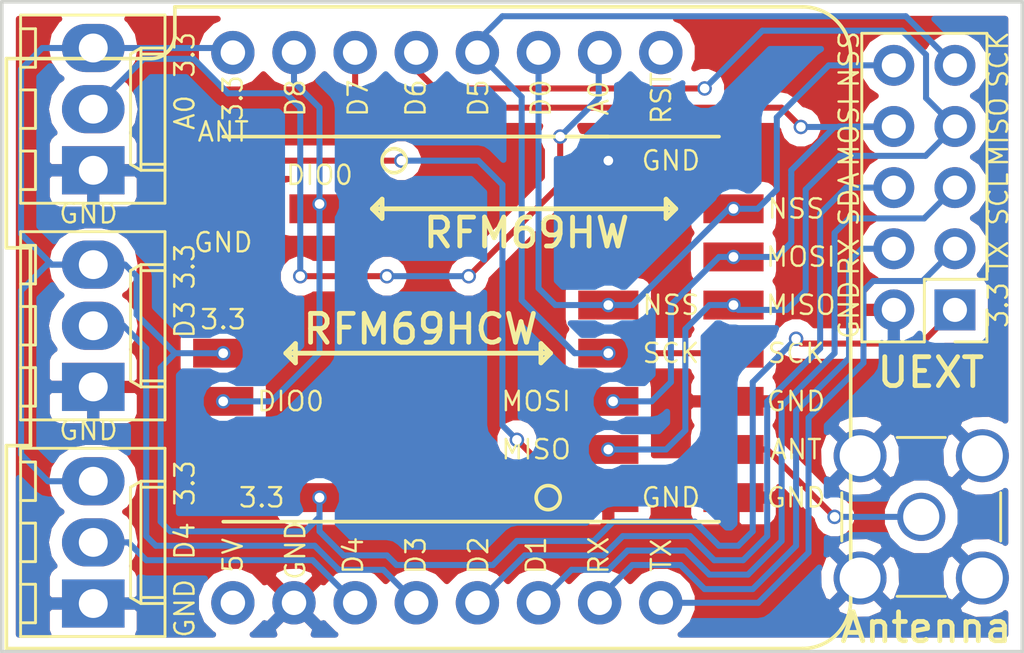
<source format=kicad_pcb>
(kicad_pcb (version 4) (host pcbnew 4.0.7)

  (general
    (links 42)
    (no_connects 0)
    (area 168.124999 90.524999 210.675001 117.675001)
    (thickness 1.6)
    (drawings 76)
    (tracks 221)
    (zones 0)
    (modules 8)
    (nets 18)
  )

  (page A4)
  (layers
    (0 F.Cu signal)
    (31 B.Cu signal)
    (32 B.Adhes user)
    (33 F.Adhes user)
    (34 B.Paste user)
    (35 F.Paste user)
    (36 B.SilkS user)
    (37 F.SilkS user)
    (38 B.Mask user)
    (39 F.Mask user)
    (40 Dwgs.User user)
    (41 Cmts.User user)
    (42 Eco1.User user)
    (43 Eco2.User user)
    (44 Edge.Cuts user)
    (45 Margin user)
    (46 B.CrtYd user)
    (47 F.CrtYd user)
    (48 B.Fab user)
    (49 F.Fab user)
  )

  (setup
    (last_trace_width 0.25)
    (trace_clearance 0.2)
    (zone_clearance 0.508)
    (zone_45_only no)
    (trace_min 0.2)
    (segment_width 0.2)
    (edge_width 0.15)
    (via_size 0.6)
    (via_drill 0.4)
    (via_min_size 0.4)
    (via_min_drill 0.3)
    (uvia_size 0.3)
    (uvia_drill 0.1)
    (uvias_allowed no)
    (uvia_min_size 0.2)
    (uvia_min_drill 0.1)
    (pcb_text_width 0.1)
    (pcb_text_size 0.8 0.8)
    (mod_edge_width 0.15)
    (mod_text_size 1 1)
    (mod_text_width 0.15)
    (pad_size 1.524 1.524)
    (pad_drill 0.762)
    (pad_to_mask_clearance 0.2)
    (aux_axis_origin 0 0)
    (visible_elements FFFFFF7F)
    (pcbplotparams
      (layerselection 0x00030_80000001)
      (usegerberextensions false)
      (excludeedgelayer true)
      (linewidth 0.100000)
      (plotframeref false)
      (viasonmask false)
      (mode 1)
      (useauxorigin false)
      (hpglpennumber 1)
      (hpglpenspeed 20)
      (hpglpendiameter 15)
      (hpglpenoverlay 2)
      (psnegative false)
      (psa4output false)
      (plotreference true)
      (plotvalue true)
      (plotinvisibletext false)
      (padsonsilk false)
      (subtractmaskfromsilk false)
      (outputformat 1)
      (mirror false)
      (drillshape 1)
      (scaleselection 1)
      (outputdirectory ""))
  )

  (net 0 "")
  (net 1 /3.3V)
  (net 2 /GND)
  (net 3 /TX)
  (net 4 /RX)
  (net 5 /SCL)
  (net 6 /SDA)
  (net 7 /MISO)
  (net 8 /MOSI)
  (net 9 /SCK)
  (net 10 /NSS)
  (net 11 /ANT)
  (net 12 /A0)
  (net 13 /FLASH)
  (net 14 /BTN)
  (net 15 "Net-(U1-Pad1)")
  (net 16 /IRQ)
  (net 17 "Net-(U1-Pad9)")

  (net_class Default "This is the default net class."
    (clearance 0.2)
    (trace_width 0.25)
    (via_dia 0.6)
    (via_drill 0.4)
    (uvia_dia 0.3)
    (uvia_drill 0.1)
    (add_net /3.3V)
    (add_net /A0)
    (add_net /ANT)
    (add_net /BTN)
    (add_net /FLASH)
    (add_net /GND)
    (add_net /IRQ)
    (add_net /MISO)
    (add_net /MOSI)
    (add_net /NSS)
    (add_net /RX)
    (add_net /SCK)
    (add_net /SCL)
    (add_net /SDA)
    (add_net /TX)
    (add_net "Net-(U1-Pad1)")
    (add_net "Net-(U1-Pad9)")
  )

  (module RF_Modules:RFM69 (layer F.Cu) (tedit 5BE0C9AB) (tstamp 5BE0320B)
    (at 190 104.2)
    (path /5BE010F2)
    (attr smd)
    (fp_text reference U2 (at 0 9) (layer F.SilkS) hide
      (effects (font (size 1 1) (thickness 0.15)))
    )
    (fp_text value RFM69HW (at 5.16 9.06) (layer F.Fab) hide
      (effects (font (size 1 1) (thickness 0.15)))
    )
    (fp_circle (center -5.5 -7) (end -5.5 -6.5) (layer F.SilkS) (width 0.15))
    (fp_line (start -8 8) (end 8 8) (layer F.SilkS) (width 0.15))
    (fp_line (start -8 -8) (end 8 -8) (layer F.SilkS) (width 0.15))
    (pad 2 smd rect (at -8.6 -5) (size 2.5 1.2) (layers F.Cu F.Paste F.Mask)
      (net 16 /IRQ))
    (pad 8 smd rect (at -8.6 7) (size 2.5 1.2) (layers F.Cu F.Paste F.Mask)
      (net 1 /3.3V))
    (pad 9 smd rect (at 8.6 7) (size 2.5 1.2) (layers F.Cu F.Paste F.Mask)
      (net 2 /GND))
    (pad 10 smd rect (at 8.6 5) (size 2.5 1.2) (layers F.Cu F.Paste F.Mask)
      (net 11 /ANT))
    (pad 11 smd rect (at 8.6 3) (size 2.5 1.2) (layers F.Cu F.Paste F.Mask)
      (net 2 /GND))
    (pad 12 smd rect (at 8.6 1) (size 2.5 1.2) (layers F.Cu F.Paste F.Mask)
      (net 9 /SCK))
    (pad 13 smd rect (at 8.6 -1) (size 2.5 1.2) (layers F.Cu F.Paste F.Mask)
      (net 7 /MISO))
    (pad 14 smd rect (at 8.6 -3) (size 2.5 1.2) (layers F.Cu F.Paste F.Mask)
      (net 8 /MOSI))
    (pad 15 smd rect (at 8.6 -5) (size 2.5 1.2) (layers F.Cu F.Paste F.Mask)
      (net 10 /NSS))
    (model C:/Engineering/KiCAD_Libraries/3D/Modules/VRML/RFM69.wrl
      (at (xyz 0 0 0))
      (scale (xyz 1 1 1))
      (rotate (xyz 0 0 0))
    )
  )

  (module Pin_Headers:Pin_Header_Straight_2x05_Pitch2.54mm (layer F.Cu) (tedit 5BE0C969) (tstamp 5BE031C5)
    (at 207.8 103.4 180)
    (descr "Through hole straight pin header, 2x05, 2.54mm pitch, double rows")
    (tags "Through hole pin header THT 2x05 2.54mm double row")
    (path /5BE01BCA)
    (fp_text reference J1 (at 1.27 -2.33 180) (layer F.SilkS) hide
      (effects (font (size 1 1) (thickness 0.15)))
    )
    (fp_text value CONN_02X05 (at 1.27 12.49 180) (layer F.Fab) hide
      (effects (font (size 1 1) (thickness 0.15)))
    )
    (fp_line (start 0 -1.27) (end 3.81 -1.27) (layer F.Fab) (width 0.1))
    (fp_line (start 3.81 -1.27) (end 3.81 11.43) (layer F.Fab) (width 0.1))
    (fp_line (start 3.81 11.43) (end -1.27 11.43) (layer F.Fab) (width 0.1))
    (fp_line (start -1.27 11.43) (end -1.27 0) (layer F.Fab) (width 0.1))
    (fp_line (start -1.27 0) (end 0 -1.27) (layer F.Fab) (width 0.1))
    (fp_line (start -1.33 11.49) (end 3.87 11.49) (layer F.SilkS) (width 0.12))
    (fp_line (start -1.33 1.27) (end -1.33 11.49) (layer F.SilkS) (width 0.12))
    (fp_line (start 3.87 -1.33) (end 3.87 11.49) (layer F.SilkS) (width 0.12))
    (fp_line (start -1.33 1.27) (end 1.27 1.27) (layer F.SilkS) (width 0.12))
    (fp_line (start 1.27 1.27) (end 1.27 -1.33) (layer F.SilkS) (width 0.12))
    (fp_line (start 1.27 -1.33) (end 3.87 -1.33) (layer F.SilkS) (width 0.12))
    (fp_line (start -1.33 0) (end -1.33 -1.33) (layer F.SilkS) (width 0.12))
    (fp_line (start -1.33 -1.33) (end 0 -1.33) (layer F.SilkS) (width 0.12))
    (fp_line (start -1.8 -1.8) (end -1.8 11.95) (layer F.CrtYd) (width 0.05))
    (fp_line (start -1.8 11.95) (end 4.35 11.95) (layer F.CrtYd) (width 0.05))
    (fp_line (start 4.35 11.95) (end 4.35 -1.8) (layer F.CrtYd) (width 0.05))
    (fp_line (start 4.35 -1.8) (end -1.8 -1.8) (layer F.CrtYd) (width 0.05))
    (pad 1 thru_hole rect (at 0 0 180) (size 1.7 1.7) (drill 1) (layers *.Cu *.Mask)
      (net 1 /3.3V))
    (pad 2 thru_hole oval (at 2.54 0 180) (size 1.7 1.7) (drill 1) (layers *.Cu *.Mask)
      (net 2 /GND))
    (pad 3 thru_hole oval (at 0 2.54 180) (size 1.7 1.7) (drill 1) (layers *.Cu *.Mask)
      (net 3 /TX))
    (pad 4 thru_hole oval (at 2.54 2.54 180) (size 1.7 1.7) (drill 1) (layers *.Cu *.Mask)
      (net 4 /RX))
    (pad 5 thru_hole oval (at 0 5.08 180) (size 1.7 1.7) (drill 1) (layers *.Cu *.Mask)
      (net 5 /SCL))
    (pad 6 thru_hole oval (at 2.54 5.08 180) (size 1.7 1.7) (drill 1) (layers *.Cu *.Mask)
      (net 6 /SDA))
    (pad 7 thru_hole oval (at 0 7.62 180) (size 1.7 1.7) (drill 1) (layers *.Cu *.Mask)
      (net 7 /MISO))
    (pad 8 thru_hole oval (at 2.54 7.62 180) (size 1.7 1.7) (drill 1) (layers *.Cu *.Mask)
      (net 8 /MOSI))
    (pad 9 thru_hole oval (at 0 10.16 180) (size 1.7 1.7) (drill 1) (layers *.Cu *.Mask)
      (net 9 /SCK))
    (pad 10 thru_hole oval (at 2.54 10.16 180) (size 1.7 1.7) (drill 1) (layers *.Cu *.Mask)
      (net 10 /NSS))
    (model ${KISYS3DMOD}/Pin_Headers.3dshapes/Pin_Header_Straight_2x05_Pitch2.54mm.wrl
      (at (xyz 0 0 0))
      (scale (xyz 1 1 1))
      (rotate (xyz 0 0 0))
    )
  )

  (module Connectors:SMA_THT_Jack_Straight (layer F.Cu) (tedit 5BE0C9A2) (tstamp 5BE031CE)
    (at 206.4 112)
    (descr "SMA pcb through hole jack")
    (tags "SMA THT Jack Straight")
    (path /5BE0137B)
    (fp_text reference J2 (at 0 -5) (layer F.SilkS) hide
      (effects (font (size 1 1) (thickness 0.15)))
    )
    (fp_text value CONN_COAXIAL (at 0 5) (layer F.Fab) hide
      (effects (font (size 1 1) (thickness 0.15)))
    )
    (fp_line (start 2.03 -3.05) (end 3.05 -3.05) (layer F.Fab) (width 0.1))
    (fp_line (start -1 -3.3) (end 1 -3.3) (layer F.SilkS) (width 0.12))
    (fp_line (start -1 3.3) (end 1 3.3) (layer F.SilkS) (width 0.12))
    (fp_line (start 3.3 -1) (end 3.3 1) (layer F.SilkS) (width 0.12))
    (fp_line (start -3.3 -1) (end -3.3 1) (layer F.SilkS) (width 0.12))
    (fp_line (start 3.17 -3.17) (end 3.17 3.17) (layer F.Fab) (width 0.1))
    (fp_line (start -3.17 3.17) (end 3.17 3.17) (layer F.Fab) (width 0.1))
    (fp_line (start -3.17 -3.17) (end -3.17 3.17) (layer F.Fab) (width 0.1))
    (fp_line (start -3.17 -3.17) (end 3.17 -3.17) (layer F.Fab) (width 0.1))
    (fp_line (start -2.03 -3.05) (end -2.03 -2.03) (layer F.Fab) (width 0.1))
    (fp_line (start -3.05 -2.03) (end -2.03 -2.03) (layer F.Fab) (width 0.1))
    (fp_line (start -2.03 2.03) (end -2.03 3.05) (layer F.Fab) (width 0.1))
    (fp_line (start -3.05 2.03) (end -2.03 2.03) (layer F.Fab) (width 0.1))
    (fp_line (start 2.03 -3.05) (end 2.03 -2.03) (layer F.Fab) (width 0.1))
    (fp_line (start 2.03 -2.03) (end 3.05 -2.03) (layer F.Fab) (width 0.1))
    (fp_line (start 3.05 2.03) (end 2.03 2.03) (layer F.Fab) (width 0.1))
    (fp_line (start 2.03 2.03) (end 2.03 3.05) (layer F.Fab) (width 0.1))
    (fp_line (start -4.14 -4.14) (end 4.14 -4.14) (layer F.CrtYd) (width 0.05))
    (fp_line (start -4.14 -4.14) (end -4.14 4.14) (layer F.CrtYd) (width 0.05))
    (fp_line (start 4.14 4.14) (end 4.14 -4.14) (layer F.CrtYd) (width 0.05))
    (fp_line (start 4.14 4.14) (end -4.14 4.14) (layer F.CrtYd) (width 0.05))
    (fp_circle (center 0 0) (end 2.04 0) (layer F.Fab) (width 0.1))
    (fp_circle (center 0 0) (end 0.635 0) (layer F.Fab) (width 0.1))
    (fp_line (start 3.05 -3.05) (end 3.05 -2.03) (layer F.Fab) (width 0.1))
    (fp_line (start -3.05 -3.05) (end -3.05 -2.03) (layer F.Fab) (width 0.1))
    (fp_line (start -3.05 -3.05) (end -2.03 -3.05) (layer F.Fab) (width 0.1))
    (fp_line (start -3.05 3.05) (end -2.03 3.05) (layer F.Fab) (width 0.1))
    (fp_line (start -3.05 3.05) (end -3.05 2.03) (layer F.Fab) (width 0.1))
    (fp_line (start 3.05 2.03) (end 3.05 3.05) (layer F.Fab) (width 0.1))
    (fp_line (start 2.03 3.05) (end 3.05 3.05) (layer F.Fab) (width 0.1))
    (pad 2 thru_hole circle (at -2.54 2.54) (size 2.2 2.2) (drill 1.7) (layers *.Cu *.Mask)
      (net 2 /GND))
    (pad 2 thru_hole circle (at -2.54 -2.54) (size 2.2 2.2) (drill 1.7) (layers *.Cu *.Mask)
      (net 2 /GND))
    (pad 2 thru_hole circle (at 2.54 -2.54) (size 2.2 2.2) (drill 1.7) (layers *.Cu *.Mask)
      (net 2 /GND))
    (pad 2 thru_hole circle (at 2.54 2.54) (size 2.2 2.2) (drill 1.7) (layers *.Cu *.Mask)
      (net 2 /GND))
    (pad 1 thru_hole circle (at 0 0) (size 2 2) (drill 1.5) (layers *.Cu *.Mask)
      (net 11 /ANT))
  )

  (module Connectors_Molex:Molex_KK-6410-03_03x2.54mm_Straight (layer F.Cu) (tedit 5BE0C908) (tstamp 5BE031D5)
    (at 172 97.6 90)
    (descr "Connector Headers with Friction Lock, 22-27-2031, http://www.molex.com/pdm_docs/sd/022272021_sd.pdf")
    (tags "connector molex kk_6410 22-27-2031")
    (path /5BE0164D)
    (fp_text reference J3 (at 1 -4.5 90) (layer F.SilkS) hide
      (effects (font (size 1 1) (thickness 0.15)))
    )
    (fp_text value CONN_01X03 (at 2.54 4.5 90) (layer F.Fab) hide
      (effects (font (size 1 1) (thickness 0.15)))
    )
    (fp_line (start -1.47 -3.12) (end -1.47 3.08) (layer F.Fab) (width 0.12))
    (fp_line (start -1.47 3.08) (end 6.55 3.08) (layer F.Fab) (width 0.12))
    (fp_line (start 6.55 3.08) (end 6.55 -3.12) (layer F.Fab) (width 0.12))
    (fp_line (start 6.55 -3.12) (end -1.47 -3.12) (layer F.Fab) (width 0.12))
    (fp_line (start -1.37 -3.02) (end -1.37 2.98) (layer F.SilkS) (width 0.12))
    (fp_line (start -1.37 2.98) (end 6.45 2.98) (layer F.SilkS) (width 0.12))
    (fp_line (start 6.45 2.98) (end 6.45 -3.02) (layer F.SilkS) (width 0.12))
    (fp_line (start 6.45 -3.02) (end -1.37 -3.02) (layer F.SilkS) (width 0.12))
    (fp_line (start 0 2.98) (end 0 1.98) (layer F.SilkS) (width 0.12))
    (fp_line (start 0 1.98) (end 5.08 1.98) (layer F.SilkS) (width 0.12))
    (fp_line (start 5.08 1.98) (end 5.08 2.98) (layer F.SilkS) (width 0.12))
    (fp_line (start 0 1.98) (end 0.25 1.55) (layer F.SilkS) (width 0.12))
    (fp_line (start 0.25 1.55) (end 4.83 1.55) (layer F.SilkS) (width 0.12))
    (fp_line (start 4.83 1.55) (end 5.08 1.98) (layer F.SilkS) (width 0.12))
    (fp_line (start 0.25 2.98) (end 0.25 1.98) (layer F.SilkS) (width 0.12))
    (fp_line (start 4.83 2.98) (end 4.83 1.98) (layer F.SilkS) (width 0.12))
    (fp_line (start -0.8 -3.02) (end -0.8 -2.4) (layer F.SilkS) (width 0.12))
    (fp_line (start -0.8 -2.4) (end 0.8 -2.4) (layer F.SilkS) (width 0.12))
    (fp_line (start 0.8 -2.4) (end 0.8 -3.02) (layer F.SilkS) (width 0.12))
    (fp_line (start 1.74 -3.02) (end 1.74 -2.4) (layer F.SilkS) (width 0.12))
    (fp_line (start 1.74 -2.4) (end 3.34 -2.4) (layer F.SilkS) (width 0.12))
    (fp_line (start 3.34 -2.4) (end 3.34 -3.02) (layer F.SilkS) (width 0.12))
    (fp_line (start 4.28 -3.02) (end 4.28 -2.4) (layer F.SilkS) (width 0.12))
    (fp_line (start 4.28 -2.4) (end 5.88 -2.4) (layer F.SilkS) (width 0.12))
    (fp_line (start 5.88 -2.4) (end 5.88 -3.02) (layer F.SilkS) (width 0.12))
    (fp_line (start -1.9 3.5) (end -1.9 -3.55) (layer F.CrtYd) (width 0.05))
    (fp_line (start -1.9 -3.55) (end 7 -3.55) (layer F.CrtYd) (width 0.05))
    (fp_line (start 7 -3.55) (end 7 3.5) (layer F.CrtYd) (width 0.05))
    (fp_line (start 7 3.5) (end -1.9 3.5) (layer F.CrtYd) (width 0.05))
    (fp_text user %R (at 2.54 0 90) (layer F.Fab)
      (effects (font (size 1 1) (thickness 0.15)))
    )
    (pad 1 thru_hole rect (at 0 0 90) (size 2 2.6) (drill 1.2) (layers *.Cu *.Mask)
      (net 2 /GND))
    (pad 2 thru_hole oval (at 2.54 0 90) (size 2 2.6) (drill 1.2) (layers *.Cu *.Mask)
      (net 12 /A0))
    (pad 3 thru_hole oval (at 5.08 0 90) (size 2 2.6) (drill 1.2) (layers *.Cu *.Mask)
      (net 1 /3.3V))
    (model ${KISYS3DMOD}/Connectors_Molex.3dshapes/Molex_KK-6410-03_03x2.54mm_Straight.wrl
      (at (xyz 0 0 0))
      (scale (xyz 1 1 1))
      (rotate (xyz 0 0 0))
    )
  )

  (module Connectors_Molex:Molex_KK-6410-03_03x2.54mm_Straight (layer F.Cu) (tedit 5BE0C918) (tstamp 5BE031DC)
    (at 172 106.6 90)
    (descr "Connector Headers with Friction Lock, 22-27-2031, http://www.molex.com/pdm_docs/sd/022272021_sd.pdf")
    (tags "connector molex kk_6410 22-27-2031")
    (path /5BE0170E)
    (fp_text reference J4 (at 1 -4.5 90) (layer F.SilkS) hide
      (effects (font (size 1 1) (thickness 0.15)))
    )
    (fp_text value CONN_01X03 (at 2.54 4.5 90) (layer F.Fab) hide
      (effects (font (size 1 1) (thickness 0.15)))
    )
    (fp_line (start -1.47 -3.12) (end -1.47 3.08) (layer F.Fab) (width 0.12))
    (fp_line (start -1.47 3.08) (end 6.55 3.08) (layer F.Fab) (width 0.12))
    (fp_line (start 6.55 3.08) (end 6.55 -3.12) (layer F.Fab) (width 0.12))
    (fp_line (start 6.55 -3.12) (end -1.47 -3.12) (layer F.Fab) (width 0.12))
    (fp_line (start -1.37 -3.02) (end -1.37 2.98) (layer F.SilkS) (width 0.12))
    (fp_line (start -1.37 2.98) (end 6.45 2.98) (layer F.SilkS) (width 0.12))
    (fp_line (start 6.45 2.98) (end 6.45 -3.02) (layer F.SilkS) (width 0.12))
    (fp_line (start 6.45 -3.02) (end -1.37 -3.02) (layer F.SilkS) (width 0.12))
    (fp_line (start 0 2.98) (end 0 1.98) (layer F.SilkS) (width 0.12))
    (fp_line (start 0 1.98) (end 5.08 1.98) (layer F.SilkS) (width 0.12))
    (fp_line (start 5.08 1.98) (end 5.08 2.98) (layer F.SilkS) (width 0.12))
    (fp_line (start 0 1.98) (end 0.25 1.55) (layer F.SilkS) (width 0.12))
    (fp_line (start 0.25 1.55) (end 4.83 1.55) (layer F.SilkS) (width 0.12))
    (fp_line (start 4.83 1.55) (end 5.08 1.98) (layer F.SilkS) (width 0.12))
    (fp_line (start 0.25 2.98) (end 0.25 1.98) (layer F.SilkS) (width 0.12))
    (fp_line (start 4.83 2.98) (end 4.83 1.98) (layer F.SilkS) (width 0.12))
    (fp_line (start -0.8 -3.02) (end -0.8 -2.4) (layer F.SilkS) (width 0.12))
    (fp_line (start -0.8 -2.4) (end 0.8 -2.4) (layer F.SilkS) (width 0.12))
    (fp_line (start 0.8 -2.4) (end 0.8 -3.02) (layer F.SilkS) (width 0.12))
    (fp_line (start 1.74 -3.02) (end 1.74 -2.4) (layer F.SilkS) (width 0.12))
    (fp_line (start 1.74 -2.4) (end 3.34 -2.4) (layer F.SilkS) (width 0.12))
    (fp_line (start 3.34 -2.4) (end 3.34 -3.02) (layer F.SilkS) (width 0.12))
    (fp_line (start 4.28 -3.02) (end 4.28 -2.4) (layer F.SilkS) (width 0.12))
    (fp_line (start 4.28 -2.4) (end 5.88 -2.4) (layer F.SilkS) (width 0.12))
    (fp_line (start 5.88 -2.4) (end 5.88 -3.02) (layer F.SilkS) (width 0.12))
    (fp_line (start -1.9 3.5) (end -1.9 -3.55) (layer F.CrtYd) (width 0.05))
    (fp_line (start -1.9 -3.55) (end 7 -3.55) (layer F.CrtYd) (width 0.05))
    (fp_line (start 7 -3.55) (end 7 3.5) (layer F.CrtYd) (width 0.05))
    (fp_line (start 7 3.5) (end -1.9 3.5) (layer F.CrtYd) (width 0.05))
    (fp_text user %R (at 2.54 0 90) (layer F.Fab)
      (effects (font (size 1 1) (thickness 0.15)))
    )
    (pad 1 thru_hole rect (at 0 0 90) (size 2 2.6) (drill 1.2) (layers *.Cu *.Mask)
      (net 2 /GND))
    (pad 2 thru_hole oval (at 2.54 0 90) (size 2 2.6) (drill 1.2) (layers *.Cu *.Mask)
      (net 13 /FLASH))
    (pad 3 thru_hole oval (at 5.08 0 90) (size 2 2.6) (drill 1.2) (layers *.Cu *.Mask)
      (net 1 /3.3V))
    (model ${KISYS3DMOD}/Connectors_Molex.3dshapes/Molex_KK-6410-03_03x2.54mm_Straight.wrl
      (at (xyz 0 0 0))
      (scale (xyz 1 1 1))
      (rotate (xyz 0 0 0))
    )
  )

  (module Connectors_Molex:Molex_KK-6410-03_03x2.54mm_Straight (layer F.Cu) (tedit 5BE0C924) (tstamp 5BE031E3)
    (at 172 115.6 90)
    (descr "Connector Headers with Friction Lock, 22-27-2031, http://www.molex.com/pdm_docs/sd/022272021_sd.pdf")
    (tags "connector molex kk_6410 22-27-2031")
    (path /5BE01751)
    (fp_text reference J5 (at 1 -4.5 90) (layer F.SilkS) hide
      (effects (font (size 1 1) (thickness 0.15)))
    )
    (fp_text value CONN_01X03 (at 2.54 4.5 90) (layer F.Fab) hide
      (effects (font (size 1 1) (thickness 0.15)))
    )
    (fp_line (start -1.47 -3.12) (end -1.47 3.08) (layer F.Fab) (width 0.12))
    (fp_line (start -1.47 3.08) (end 6.55 3.08) (layer F.Fab) (width 0.12))
    (fp_line (start 6.55 3.08) (end 6.55 -3.12) (layer F.Fab) (width 0.12))
    (fp_line (start 6.55 -3.12) (end -1.47 -3.12) (layer F.Fab) (width 0.12))
    (fp_line (start -1.37 -3.02) (end -1.37 2.98) (layer F.SilkS) (width 0.12))
    (fp_line (start -1.37 2.98) (end 6.45 2.98) (layer F.SilkS) (width 0.12))
    (fp_line (start 6.45 2.98) (end 6.45 -3.02) (layer F.SilkS) (width 0.12))
    (fp_line (start 6.45 -3.02) (end -1.37 -3.02) (layer F.SilkS) (width 0.12))
    (fp_line (start 0 2.98) (end 0 1.98) (layer F.SilkS) (width 0.12))
    (fp_line (start 0 1.98) (end 5.08 1.98) (layer F.SilkS) (width 0.12))
    (fp_line (start 5.08 1.98) (end 5.08 2.98) (layer F.SilkS) (width 0.12))
    (fp_line (start 0 1.98) (end 0.25 1.55) (layer F.SilkS) (width 0.12))
    (fp_line (start 0.25 1.55) (end 4.83 1.55) (layer F.SilkS) (width 0.12))
    (fp_line (start 4.83 1.55) (end 5.08 1.98) (layer F.SilkS) (width 0.12))
    (fp_line (start 0.25 2.98) (end 0.25 1.98) (layer F.SilkS) (width 0.12))
    (fp_line (start 4.83 2.98) (end 4.83 1.98) (layer F.SilkS) (width 0.12))
    (fp_line (start -0.8 -3.02) (end -0.8 -2.4) (layer F.SilkS) (width 0.12))
    (fp_line (start -0.8 -2.4) (end 0.8 -2.4) (layer F.SilkS) (width 0.12))
    (fp_line (start 0.8 -2.4) (end 0.8 -3.02) (layer F.SilkS) (width 0.12))
    (fp_line (start 1.74 -3.02) (end 1.74 -2.4) (layer F.SilkS) (width 0.12))
    (fp_line (start 1.74 -2.4) (end 3.34 -2.4) (layer F.SilkS) (width 0.12))
    (fp_line (start 3.34 -2.4) (end 3.34 -3.02) (layer F.SilkS) (width 0.12))
    (fp_line (start 4.28 -3.02) (end 4.28 -2.4) (layer F.SilkS) (width 0.12))
    (fp_line (start 4.28 -2.4) (end 5.88 -2.4) (layer F.SilkS) (width 0.12))
    (fp_line (start 5.88 -2.4) (end 5.88 -3.02) (layer F.SilkS) (width 0.12))
    (fp_line (start -1.9 3.5) (end -1.9 -3.55) (layer F.CrtYd) (width 0.05))
    (fp_line (start -1.9 -3.55) (end 7 -3.55) (layer F.CrtYd) (width 0.05))
    (fp_line (start 7 -3.55) (end 7 3.5) (layer F.CrtYd) (width 0.05))
    (fp_line (start 7 3.5) (end -1.9 3.5) (layer F.CrtYd) (width 0.05))
    (fp_text user %R (at 2.54 0 90) (layer F.Fab)
      (effects (font (size 1 1) (thickness 0.15)))
    )
    (pad 1 thru_hole rect (at 0 0 90) (size 2 2.6) (drill 1.2) (layers *.Cu *.Mask)
      (net 2 /GND))
    (pad 2 thru_hole oval (at 2.54 0 90) (size 2 2.6) (drill 1.2) (layers *.Cu *.Mask)
      (net 14 /BTN))
    (pad 3 thru_hole oval (at 5.08 0 90) (size 2 2.6) (drill 1.2) (layers *.Cu *.Mask)
      (net 1 /3.3V))
    (model ${KISYS3DMOD}/Connectors_Molex.3dshapes/Molex_KK-6410-03_03x2.54mm_Straight.wrl
      (at (xyz 0 0 0))
      (scale (xyz 1 1 1))
      (rotate (xyz 0 0 0))
    )
  )

  (module wemos-d1-mini:wemos-d1-mini-connectors-only (layer F.Cu) (tedit 5BE0C9BC) (tstamp 5BE031F7)
    (at 186.69 104.14)
    (path /5BE0120C)
    (fp_text reference U1 (at -19.3 0 90) (layer F.SilkS) hide
      (effects (font (size 1 1) (thickness 0.15)))
    )
    (fp_text value WeMos_mini (at 0 0) (layer F.Fab) hide
      (effects (font (size 1 1) (thickness 0.15)))
    )
    (fp_line (start -18.3 13.33) (end 14.78 13.33) (layer F.SilkS) (width 0.15))
    (fp_line (start 16.78 11.33) (end 16.78 -11.33) (layer F.SilkS) (width 0.15))
    (fp_line (start 14.78 -13.33) (end -11.3 -13.33) (layer F.SilkS) (width 0.15))
    (fp_line (start -18.3 -11.18) (end -18.3 -3.32) (layer F.SilkS) (width 0.15))
    (fp_line (start -18.3 -3.32) (end -17.3 -3.32) (layer F.SilkS) (width 0.15))
    (fp_line (start -17.3 -3.32) (end -17.3 4.9) (layer F.SilkS) (width 0.15))
    (fp_line (start -17.3 4.9) (end -18.3 4.9) (layer F.SilkS) (width 0.15))
    (fp_line (start -18.3 4.9) (end -18.3 13.329999) (layer F.SilkS) (width 0.15))
    (fp_line (start -11.48 -13.5) (end 14.85 -13.5) (layer F.CrtYd) (width 0.05))
    (fp_line (start 16.94 -11.5) (end 16.94 11.5) (layer F.CrtYd) (width 0.05))
    (fp_line (start 14.94 13.5) (end -18.46 13.5) (layer F.CrtYd) (width 0.05))
    (fp_line (start -18.46 13.5) (end -18.46 -11.33) (layer F.CrtYd) (width 0.05))
    (fp_arc (start 14.78 -11.33) (end 14.78 -13.33) (angle 90) (layer F.SilkS) (width 0.15))
    (fp_arc (start 14.78 11.33) (end 16.78 11.33) (angle 90) (layer F.SilkS) (width 0.15))
    (fp_arc (start 14.94 11.5) (end 16.94 11.5) (angle 90) (layer F.CrtYd) (width 0.05))
    (fp_arc (start 14.94 -11.5) (end 14.85 -13.5) (angle 92.57657183) (layer F.CrtYd) (width 0.05))
    (fp_line (start -18.3 -11.18) (end -12.3 -11.18) (layer F.SilkS) (width 0.15))
    (fp_arc (start -12.3 -12.18) (end -11.3 -12.18) (angle 90) (layer F.SilkS) (width 0.15))
    (fp_line (start -11.3 -12.17) (end -11.3 -13.33) (layer F.SilkS) (width 0.15))
    (fp_line (start -11.3 -13.33) (end -11.3 -13.33) (layer F.SilkS) (width 0.15))
    (fp_line (start -11.48 -13.5) (end -11.48 -12.33) (layer F.CrtYd) (width 0.05))
    (fp_line (start -18.46 -11.33) (end -12.48 -11.33) (layer F.CrtYd) (width 0.05))
    (fp_arc (start -12.48 -12.33) (end -11.48 -12.33) (angle 90) (layer F.CrtYd) (width 0.05))
    (pad 16 thru_hole circle (at -8.89 -11.43) (size 1.8 1.8) (drill 1.016) (layers *.Cu *.Mask)
      (net 1 /3.3V))
    (pad 1 thru_hole circle (at -8.89 11.43) (size 1.8 1.8) (drill 1.016) (layers *.Cu *.Mask)
      (net 15 "Net-(U1-Pad1)"))
    (pad 15 thru_hole circle (at -6.35 -11.43) (size 1.8 1.8) (drill 1.016) (layers *.Cu *.Mask)
      (net 16 /IRQ))
    (pad 2 thru_hole circle (at -6.35 11.43) (size 1.8 1.8) (drill 1.016) (layers *.Cu *.Mask)
      (net 2 /GND))
    (pad 14 thru_hole circle (at -3.81 -11.43) (size 1.8 1.8) (drill 1.016) (layers *.Cu *.Mask)
      (net 8 /MOSI))
    (pad 3 thru_hole circle (at -3.81 11.43) (size 1.8 1.8) (drill 1.016) (layers *.Cu *.Mask)
      (net 14 /BTN))
    (pad 13 thru_hole circle (at -1.27 -11.43) (size 1.8 1.8) (drill 1.016) (layers *.Cu *.Mask)
      (net 7 /MISO))
    (pad 4 thru_hole circle (at -1.27 11.43) (size 1.8 1.8) (drill 1.016) (layers *.Cu *.Mask)
      (net 13 /FLASH))
    (pad 12 thru_hole circle (at 1.27 -11.43) (size 1.8 1.8) (drill 1.016) (layers *.Cu *.Mask)
      (net 9 /SCK))
    (pad 5 thru_hole circle (at 1.27 11.43) (size 1.8 1.8) (drill 1.016) (layers *.Cu *.Mask)
      (net 6 /SDA))
    (pad 11 thru_hole circle (at 3.81 -11.43) (size 1.8 1.8) (drill 1.016) (layers *.Cu *.Mask)
      (net 10 /NSS))
    (pad 6 thru_hole circle (at 3.81 11.43) (size 1.8 1.8) (drill 1.016) (layers *.Cu *.Mask)
      (net 5 /SCL))
    (pad 10 thru_hole circle (at 6.35 -11.43) (size 1.8 1.8) (drill 1.016) (layers *.Cu *.Mask)
      (net 12 /A0))
    (pad 7 thru_hole circle (at 6.35 11.43) (size 1.8 1.8) (drill 1.016) (layers *.Cu *.Mask)
      (net 4 /RX))
    (pad 9 thru_hole circle (at 8.89 -11.43) (size 1.8 1.8) (drill 1.016) (layers *.Cu *.Mask)
      (net 17 "Net-(U1-Pad9)"))
    (pad 8 thru_hole circle (at 8.89 11.43) (size 1.8 1.8) (drill 1.016) (layers *.Cu *.Mask)
      (net 3 /TX))
    (model ${KIPRJMOD}/3dshapes/wemos_d1_mini.3dshapes/SLW-108-01-G-S.wrl
      (at (xyz 0 -0.4488188976377953 0))
      (scale (xyz 0.3937 0.3937 0.3937))
      (rotate (xyz -90 0 0))
    )
    (model ${KIPRJMOD}/3dshapes/wemos_d1_mini.3dshapes/SLW-108-01-G-S.wrl
      (at (xyz 0 0.4488188976377953 0))
      (scale (xyz 0.3937 0.3937 0.3937))
      (rotate (xyz -90 0 0))
    )
    (model ${KIPRJMOD}/3dshapes/wemos_d1_mini.3dshapes/TSW-108-05-G-S.wrl
      (at (xyz 0 -0.4488188976377953 0.2874015748031496))
      (scale (xyz 0.3937 0.3937 0.3937))
      (rotate (xyz 90 0 0))
    )
    (model ${KIPRJMOD}/3dshapes/wemos_d1_mini.3dshapes/TSW-108-05-G-S.wrl
      (at (xyz 0 0.4488188976377953 0.2874015748031496))
      (scale (xyz 0.3937 0.3937 0.3937))
      (rotate (xyz 90 0 0))
    )
  )

  (module RF_Modules:RFM69HCW (layer F.Cu) (tedit 5BE0C9B4) (tstamp 5BE0321F)
    (at 185.4 104.2 180)
    (path /5BE011A5)
    (attr smd)
    (fp_text reference U3 (at 0 9 180) (layer F.SilkS) hide
      (effects (font (size 1 1) (thickness 0.15)))
    )
    (fp_text value RFM69HCW (at 9.97 -8.94 180) (layer F.Fab) hide
      (effects (font (size 1 1) (thickness 0.15)))
    )
    (fp_circle (center -5.5 -7) (end -5.5 -6.5) (layer F.SilkS) (width 0.15))
    (fp_line (start -8 8) (end 8 8) (layer F.SilkS) (width 0.15))
    (fp_line (start -8 -8) (end 8 -8) (layer F.SilkS) (width 0.15))
    (pad 1 smd rect (at -8 -7 180) (size 2.5 1.2) (layers F.Cu F.Paste F.Mask)
      (net 2 /GND))
    (pad 2 smd rect (at -8 -5 180) (size 2.5 1.2) (layers F.Cu F.Paste F.Mask)
      (net 7 /MISO))
    (pad 3 smd rect (at -8 -3 180) (size 2.5 1.2) (layers F.Cu F.Paste F.Mask)
      (net 8 /MOSI))
    (pad 4 smd rect (at -8 -1 180) (size 2.5 1.2) (layers F.Cu F.Paste F.Mask)
      (net 9 /SCK))
    (pad 5 smd rect (at -8 1 180) (size 2.5 1.2) (layers F.Cu F.Paste F.Mask)
      (net 10 /NSS))
    (pad 8 smd rect (at -8 7 180) (size 2.5 1.2) (layers F.Cu F.Paste F.Mask)
      (net 2 /GND))
    (pad 9 smd rect (at 8 7 180) (size 2.5 1.2) (layers F.Cu F.Paste F.Mask)
      (net 11 /ANT))
    (pad 10 smd rect (at 8 5 180) (size 2.5 1.2) (layers F.Cu F.Paste F.Mask)
      (net 2 /GND))
    (pad 13 smd rect (at 8 -1 180) (size 2.5 1.2) (layers F.Cu F.Paste F.Mask)
      (net 1 /3.3V))
    (pad 14 smd rect (at 8 -3 180) (size 2.5 1.2) (layers F.Cu F.Paste F.Mask)
      (net 16 /IRQ))
    (model C:/Engineering/KiCAD_Libraries/3D/Modules/VRML/RFM69HCW.wrl
      (at (xyz 0 0 0))
      (scale (xyz 1 1 1))
      (rotate (xyz 0 0 0))
    )
  )

  (gr_text TX (at 195.6 113.6 90) (layer F.SilkS)
    (effects (font (size 0.8 0.8) (thickness 0.1)))
  )
  (gr_text RX (at 193 113.6 90) (layer F.SilkS)
    (effects (font (size 0.8 0.8) (thickness 0.1)))
  )
  (gr_text D1 (at 190.4 113.6 90) (layer F.SilkS)
    (effects (font (size 0.8 0.8) (thickness 0.1)))
  )
  (gr_text D2 (at 188 113.6 90) (layer F.SilkS)
    (effects (font (size 0.8 0.8) (thickness 0.1)))
  )
  (gr_text D3 (at 185.4 113.6 90) (layer F.SilkS)
    (effects (font (size 0.8 0.8) (thickness 0.1)))
  )
  (gr_text D4 (at 182.8 113.6 90) (layer F.SilkS)
    (effects (font (size 0.8 0.8) (thickness 0.1)))
  )
  (gr_text GND (at 180.4 113.4 90) (layer F.SilkS)
    (effects (font (size 0.8 0.8) (thickness 0.1)))
  )
  (gr_text 5V (at 177.8 113.6 90) (layer F.SilkS)
    (effects (font (size 0.8 0.8) (thickness 0.1)))
  )
  (gr_text RST (at 195.6 94.6 90) (layer F.SilkS)
    (effects (font (size 0.8 0.8) (thickness 0.1)))
  )
  (gr_text A0 (at 193 94.6 90) (layer F.SilkS)
    (effects (font (size 0.8 0.8) (thickness 0.1)))
  )
  (gr_text D0 (at 190.6 94.6 90) (layer F.SilkS)
    (effects (font (size 0.8 0.8) (thickness 0.1)))
  )
  (gr_text D5 (at 188 94.6 90) (layer F.SilkS)
    (effects (font (size 0.8 0.8) (thickness 0.1)))
  )
  (gr_text D6 (at 185.4 94.6 90) (layer F.SilkS)
    (effects (font (size 0.8 0.8) (thickness 0.1)))
  )
  (gr_text D7 (at 183 94.6 90) (layer F.SilkS)
    (effects (font (size 0.8 0.8) (thickness 0.1)))
  )
  (gr_text D8 (at 180.4 94.6 90) (layer F.SilkS)
    (effects (font (size 0.8 0.8) (thickness 0.1)))
  )
  (gr_text 3.3 (at 177.8 94.6 90) (layer F.SilkS)
    (effects (font (size 0.8 0.8) (thickness 0.1)))
  )
  (gr_text GND (at 203.4 103.4 90) (layer F.SilkS)
    (effects (font (size 0.8 0.8) (thickness 0.1)))
  )
  (gr_text RX (at 203.4 101.2 90) (layer F.SilkS)
    (effects (font (size 0.8 0.8) (thickness 0.1)))
  )
  (gr_text SDA (at 203.4 98.8 90) (layer F.SilkS)
    (effects (font (size 0.8 0.8) (thickness 0.1)))
  )
  (gr_text MOSI (at 203.4 96 90) (layer F.SilkS)
    (effects (font (size 0.8 0.8) (thickness 0.1)))
  )
  (gr_text NSS (at 203.4 93 90) (layer F.SilkS)
    (effects (font (size 0.8 0.8) (thickness 0.1)))
  )
  (gr_text 3.3 (at 209.6 103.2 90) (layer F.SilkS)
    (effects (font (size 0.8 0.8) (thickness 0.1)))
  )
  (gr_text SCK (at 209.6 93 90) (layer F.SilkS)
    (effects (font (size 0.8 0.8) (thickness 0.1)))
  )
  (gr_text MISO (at 209.6 96 90) (layer F.SilkS)
    (effects (font (size 0.8 0.8) (thickness 0.1)))
  )
  (gr_text SCL (at 209.6 98.8 90) (layer F.SilkS)
    (effects (font (size 0.8 0.8) (thickness 0.1)))
  )
  (gr_text TX (at 209.6 101.2 90) (layer F.SilkS)
    (effects (font (size 0.8 0.8) (thickness 0.1)))
  )
  (gr_text GND (at 175.8 115.8 90) (layer F.SilkS)
    (effects (font (size 0.8 0.8) (thickness 0.1)))
  )
  (gr_text 3.3 (at 175.8 110.6 90) (layer F.SilkS)
    (effects (font (size 0.8 0.8) (thickness 0.1)))
  )
  (gr_text GND (at 171.8 108.4) (layer F.SilkS)
    (effects (font (size 0.8 0.8) (thickness 0.1)))
  )
  (gr_text D4 (at 175.8 113 90) (layer F.SilkS)
    (effects (font (size 0.8 0.8) (thickness 0.1)))
  )
  (gr_text D3 (at 175.8 103.8 90) (layer F.SilkS)
    (effects (font (size 0.8 0.8) (thickness 0.1)))
  )
  (gr_text 3.3 (at 175.8 101.6 90) (layer F.SilkS)
    (effects (font (size 0.8 0.8) (thickness 0.1)))
  )
  (gr_text GND (at 171.8 99.4) (layer F.SilkS)
    (effects (font (size 0.8 0.8) (thickness 0.1)))
  )
  (gr_text 3.3 (at 175.8 92.8 90) (layer F.SilkS)
    (effects (font (size 0.8 0.8) (thickness 0.1)))
  )
  (gr_text A0 (at 175.8 95.2 90) (layer F.SilkS)
    (effects (font (size 0.8 0.8) (thickness 0.1)))
  )
  (gr_text DIO0 (at 181.4 97.8) (layer F.SilkS)
    (effects (font (size 0.8 0.8) (thickness 0.1)))
  )
  (gr_text 3.3 (at 179 111.2) (layer F.SilkS)
    (effects (font (size 0.8 0.8) (thickness 0.1)))
  )
  (gr_text DIO0 (at 180.2 107.2) (layer F.SilkS)
    (effects (font (size 0.8 0.8) (thickness 0.1)))
  )
  (gr_text 3.3 (at 177.4 103.8) (layer F.SilkS)
    (effects (font (size 0.8 0.8) (thickness 0.1)))
  )
  (gr_text GND (at 177.4 100.6) (layer F.SilkS)
    (effects (font (size 0.8 0.8) (thickness 0.1)))
  )
  (gr_text ANT (at 177.4 96) (layer F.SilkS)
    (effects (font (size 0.8 0.8) (thickness 0.1)))
  )
  (gr_text GND (at 196 111.2) (layer F.SilkS)
    (effects (font (size 0.8 0.8) (thickness 0.1)))
  )
  (gr_text MISO (at 190.4 109.2) (layer F.SilkS)
    (effects (font (size 0.8 0.8) (thickness 0.1)))
  )
  (gr_text MOSI (at 190.4 107.2) (layer F.SilkS)
    (effects (font (size 0.8 0.8) (thickness 0.1)))
  )
  (gr_text SCK (at 196 105.2) (layer F.SilkS)
    (effects (font (size 0.8 0.8) (thickness 0.1)))
  )
  (gr_text NSS (at 196 103.2) (layer F.SilkS)
    (effects (font (size 0.8 0.8) (thickness 0.1)))
  )
  (gr_text GND (at 196 97.2) (layer F.SilkS)
    (effects (font (size 0.8 0.8) (thickness 0.1)))
  )
  (gr_text GND (at 201.2 111.2) (layer F.SilkS)
    (effects (font (size 0.8 0.8) (thickness 0.1)))
  )
  (gr_text ANT (at 201.2 109.2) (layer F.SilkS)
    (effects (font (size 0.8 0.8) (thickness 0.1)))
  )
  (gr_text GND (at 201.2 107.2) (layer F.SilkS)
    (effects (font (size 0.8 0.8) (thickness 0.1)))
  )
  (gr_text SCK (at 201.2 105.2) (layer F.SilkS)
    (effects (font (size 0.8 0.8) (thickness 0.1)))
  )
  (gr_text MISO (at 201.4 103.2) (layer F.SilkS)
    (effects (font (size 0.8 0.8) (thickness 0.1)))
  )
  (gr_text MOSI (at 201.4 101.2) (layer F.SilkS)
    (effects (font (size 0.8 0.8) (thickness 0.1)))
  )
  (gr_text NSS (at 201.2 99.2) (layer F.SilkS)
    (effects (font (size 0.8 0.8) (thickness 0.1)))
  )
  (gr_text RFM69HCW (at 185.6 104.2) (layer F.SilkS)
    (effects (font (size 1.2 1.2) (thickness 0.2)))
  )
  (gr_text RFM69HW (at 190 100.2) (layer F.SilkS)
    (effects (font (size 1.2 1.2) (thickness 0.2)))
  )
  (gr_line (start 184 99.6) (end 183.6 99.2) (angle 90) (layer F.SilkS) (width 0.2))
  (gr_line (start 184 98.8) (end 184 99.6) (angle 90) (layer F.SilkS) (width 0.2))
  (gr_line (start 183.6 99.2) (end 184 98.8) (angle 90) (layer F.SilkS) (width 0.2))
  (gr_line (start 195.8 99.6) (end 196.2 99.2) (angle 90) (layer F.SilkS) (width 0.2))
  (gr_line (start 195.8 98.8) (end 195.8 99.6) (angle 90) (layer F.SilkS) (width 0.2))
  (gr_line (start 196.2 99.2) (end 195.8 98.8) (angle 90) (layer F.SilkS) (width 0.2))
  (gr_line (start 183.6 99.2) (end 196.2 99.2) (angle 90) (layer F.SilkS) (width 0.2))
  (gr_line (start 190.6 105.6) (end 191 105.2) (angle 90) (layer F.SilkS) (width 0.2))
  (gr_line (start 190.6 104.8) (end 190.6 105.6) (angle 90) (layer F.SilkS) (width 0.2))
  (gr_line (start 191 105.2) (end 190.6 104.8) (angle 90) (layer F.SilkS) (width 0.2))
  (gr_line (start 180.4 105.6) (end 180 105.2) (angle 90) (layer F.SilkS) (width 0.2))
  (gr_line (start 180.4 104.8) (end 180.4 105.6) (angle 90) (layer F.SilkS) (width 0.2))
  (gr_line (start 180 105.2) (end 180.4 104.8) (angle 90) (layer F.SilkS) (width 0.2))
  (gr_line (start 180 105.2) (end 191 105.2) (angle 90) (layer F.SilkS) (width 0.2))
  (gr_text UEXT (at 206.8 106) (layer F.SilkS)
    (effects (font (size 1.2 1.2) (thickness 0.2)))
  )
  (gr_text Antenna (at 206.6 116.6) (layer F.SilkS)
    (effects (font (size 1.2 1.2) (thickness 0.2)))
  )
  (gr_line (start 168.2 90.6) (end 168.2 117.6) (angle 90) (layer Edge.Cuts) (width 0.15))
  (gr_line (start 210.6 90.6) (end 168.2 90.6) (angle 90) (layer Edge.Cuts) (width 0.15))
  (gr_line (start 210.6 117.6) (end 210.6 90.6) (angle 90) (layer Edge.Cuts) (width 0.15))
  (gr_line (start 168.2 117.6) (end 210.6 117.6) (angle 90) (layer Edge.Cuts) (width 0.15))

  (segment (start 192.8 113) (end 189.6 113) (width 0.25) (layer B.Cu) (net 1))
  (segment (start 199.4 112.6) (end 198.8 113.2) (width 0.25) (layer B.Cu) (net 1) (tstamp 5BE0D6EC))
  (segment (start 198.8 113.2) (end 198 113.2) (width 0.25) (layer B.Cu) (net 1) (tstamp 5BE0D6F9))
  (segment (start 198 113.2) (end 197 112.2) (width 0.25) (layer B.Cu) (net 1) (tstamp 5BE0D6FB))
  (segment (start 197 112.2) (end 193.6 112.2) (width 0.25) (layer B.Cu) (net 1) (tstamp 5BE0D702))
  (segment (start 193.6 112.2) (end 192.8 113) (width 0.25) (layer B.Cu) (net 1) (tstamp 5BE0D708))
  (segment (start 199.4 106.4) (end 201.2 104.6) (width 0.25) (layer B.Cu) (net 1) (tstamp 5BE0D5B5))
  (segment (start 207.8 103.4) (end 206.4 104.8) (width 0.25) (layer F.Cu) (net 1) (tstamp 5BE0C2DC))
  (segment (start 201.4 104.8) (end 206.4 104.8) (width 0.25) (layer F.Cu) (net 1) (tstamp 5BE0C2D3))
  (segment (start 201.2 104.6) (end 201.4 104.8) (width 0.25) (layer F.Cu) (net 1) (tstamp 5BE0C2D2))
  (via (at 201.2 104.6) (size 0.6) (drill 0.4) (layers F.Cu B.Cu) (net 1))
  (segment (start 199.4 106.4) (end 199.4 112.6) (width 0.25) (layer B.Cu) (net 1))
  (segment (start 181.4 112.6) (end 181.4 112) (width 0.25) (layer B.Cu) (net 1) (tstamp 5BE0DBEA))
  (segment (start 182.4 113.6) (end 181.4 112.6) (width 0.25) (layer B.Cu) (net 1) (tstamp 5BE0DBE7))
  (segment (start 184.2 113.6) (end 182.4 113.6) (width 0.25) (layer B.Cu) (net 1) (tstamp 5BE0DBE5))
  (segment (start 184.6 114) (end 184.2 113.6) (width 0.25) (layer B.Cu) (net 1) (tstamp 5BE0DBE4))
  (segment (start 188.6 114) (end 184.6 114) (width 0.25) (layer B.Cu) (net 1) (tstamp 5BE0DBE2))
  (segment (start 189.6 113) (end 188.6 114) (width 0.25) (layer B.Cu) (net 1) (tstamp 5BE0DBDC))
  (segment (start 174.8 110.6) (end 174.8 112.2) (width 0.25) (layer B.Cu) (net 1))
  (segment (start 175.4 112.6) (end 180.8 112.6) (width 0.25) (layer B.Cu) (net 1) (tstamp 5BE0D65F))
  (segment (start 180.8 112.6) (end 181.4 112) (width 0.25) (layer B.Cu) (net 1) (tstamp 5BE0D661))
  (segment (start 181.4 111.8) (end 181.4 112) (width 0.25) (layer B.Cu) (net 1) (tstamp 5BE0D664))
  (segment (start 175.4 105.2) (end 175.4 105.2) (width 0.25) (layer B.Cu) (net 1))
  (segment (start 174.8 105.8) (end 174.8 110.6) (width 0.25) (layer B.Cu) (net 1) (tstamp 5BE0C28F))
  (segment (start 175.4 105.2) (end 174.8 105.8) (width 0.25) (layer B.Cu) (net 1) (tstamp 5BE0C28E))
  (segment (start 175.2 112.6) (end 175.4 112.6) (width 0.25) (layer B.Cu) (net 1) (tstamp 5BE0D928))
  (segment (start 174.8 112.2) (end 175.2 112.6) (width 0.25) (layer B.Cu) (net 1) (tstamp 5BE0D927))
  (via (at 181.4 111.2) (size 0.6) (drill 0.4) (layers F.Cu B.Cu) (net 1))
  (segment (start 181.4 111.8) (end 181.4 111.2) (width 0.25) (layer B.Cu) (net 1) (tstamp 5BE0D714))
  (segment (start 172 101.52) (end 173.32 101.52) (width 0.25) (layer B.Cu) (net 1))
  (segment (start 173.32 101.52) (end 173.8 102) (width 0.25) (layer B.Cu) (net 1) (tstamp 5BE0C274))
  (segment (start 173.8 102) (end 173.8 103.6) (width 0.25) (layer B.Cu) (net 1) (tstamp 5BE0C27F))
  (segment (start 173.8 103.6) (end 175.4 105.2) (width 0.25) (layer B.Cu) (net 1) (tstamp 5BE0C281))
  (via (at 177.4 105.2) (size 0.6) (drill 0.4) (layers F.Cu B.Cu) (net 1))
  (segment (start 175.4 105.2) (end 177.4 105.2) (width 0.25) (layer B.Cu) (net 1) (tstamp 5BE0C282))
  (segment (start 172 92.52) (end 177.61 92.52) (width 0.25) (layer B.Cu) (net 1))
  (segment (start 177.61 92.52) (end 177.8 92.71) (width 0.25) (layer B.Cu) (net 1) (tstamp 5BE0C26D))
  (segment (start 172 101.52) (end 170.28 101.52) (width 0.25) (layer B.Cu) (net 1))
  (segment (start 169.88 92.52) (end 172 92.52) (width 0.25) (layer B.Cu) (net 1) (tstamp 5BE0C26A))
  (segment (start 169 93.4) (end 169.88 92.52) (width 0.25) (layer B.Cu) (net 1) (tstamp 5BE0C264))
  (segment (start 169 100.24) (end 169 93.4) (width 0.25) (layer B.Cu) (net 1) (tstamp 5BE0C262))
  (segment (start 170.28 101.52) (end 169 100.24) (width 0.25) (layer B.Cu) (net 1) (tstamp 5BE0C25D))
  (segment (start 172 110.52) (end 170.12 110.52) (width 0.25) (layer B.Cu) (net 1))
  (segment (start 170.08 101.52) (end 172 101.52) (width 0.25) (layer B.Cu) (net 1) (tstamp 5BE0C257))
  (segment (start 169 102.6) (end 170.08 101.52) (width 0.25) (layer B.Cu) (net 1) (tstamp 5BE0C255))
  (segment (start 169 109.4) (end 169 102.6) (width 0.25) (layer B.Cu) (net 1) (tstamp 5BE0C24F))
  (segment (start 170.12 110.52) (end 169 109.4) (width 0.25) (layer B.Cu) (net 1) (tstamp 5BE0C24C))
  (via (at 193.4 97.2) (size 0.6) (drill 0.4) (layers F.Cu B.Cu) (net 2))
  (segment (start 195.58 115.57) (end 199.63 115.57) (width 0.25) (layer B.Cu) (net 3))
  (segment (start 206.46 102.2) (end 207.8 100.86) (width 0.25) (layer B.Cu) (net 3) (tstamp 5BE0C05A))
  (segment (start 204.4 102.2) (end 206.46 102.2) (width 0.25) (layer B.Cu) (net 3) (tstamp 5BE0C059))
  (segment (start 204 102.6) (end 204.4 102.2) (width 0.25) (layer B.Cu) (net 3) (tstamp 5BE0C058))
  (segment (start 204 105.6) (end 204 102.6) (width 0.25) (layer B.Cu) (net 3) (tstamp 5BE0C056))
  (segment (start 201.718199 107.881801) (end 204 105.6) (width 0.25) (layer B.Cu) (net 3) (tstamp 5BE0C04F))
  (segment (start 201.718199 113.481801) (end 201.718199 107.881801) (width 0.25) (layer B.Cu) (net 3) (tstamp 5BE0C04C))
  (segment (start 199.63 115.57) (end 201.718199 113.481801) (width 0.25) (layer B.Cu) (net 3) (tstamp 5BE0C04A))
  (segment (start 193.04 115.57) (end 193.04 115.36) (width 0.25) (layer B.Cu) (net 4))
  (segment (start 193.04 115.36) (end 194.4 114) (width 0.25) (layer B.Cu) (net 4) (tstamp 5BE0C020))
  (segment (start 194.4 114) (end 196.4 114) (width 0.25) (layer B.Cu) (net 4) (tstamp 5BE0C022))
  (segment (start 196.4 114) (end 197.4 115) (width 0.25) (layer B.Cu) (net 4) (tstamp 5BE0C026))
  (segment (start 197.4 115) (end 199.4 115) (width 0.25) (layer B.Cu) (net 4) (tstamp 5BE0C028))
  (segment (start 199.4 115) (end 201.2 113.2) (width 0.25) (layer B.Cu) (net 4) (tstamp 5BE0C02A))
  (segment (start 201.2 113.2) (end 201.2 107.6) (width 0.25) (layer B.Cu) (net 4) (tstamp 5BE0C02B))
  (segment (start 201.2 107.6) (end 203.4 105.4) (width 0.25) (layer B.Cu) (net 4) (tstamp 5BE0C02D))
  (segment (start 203.4 105.4) (end 203.4 101.4) (width 0.25) (layer B.Cu) (net 4) (tstamp 5BE0C039))
  (segment (start 203.4 101.4) (end 203.94 100.86) (width 0.25) (layer B.Cu) (net 4) (tstamp 5BE0C03B))
  (segment (start 203.94 100.86) (end 205.26 100.86) (width 0.25) (layer B.Cu) (net 4) (tstamp 5BE0C03C))
  (segment (start 196.6 113.4) (end 194.2 113.4) (width 0.25) (layer B.Cu) (net 5))
  (segment (start 207.8 98.32) (end 206.52 99.6) (width 0.25) (layer B.Cu) (net 5) (tstamp 5BE0C0BE))
  (segment (start 203.4 99.6) (end 206.52 99.6) (width 0.25) (layer B.Cu) (net 5) (tstamp 5BE0C0BC))
  (segment (start 202.8 100.2) (end 203.4 99.6) (width 0.25) (layer B.Cu) (net 5) (tstamp 5BE0C0BA))
  (segment (start 202.8 105.2) (end 202.8 100.2) (width 0.25) (layer B.Cu) (net 5) (tstamp 5BE0C0B2))
  (segment (start 200.6 107.4) (end 202.8 105.2) (width 0.25) (layer B.Cu) (net 5) (tstamp 5BE0C0AC))
  (segment (start 200.6 113) (end 200.6 107.4) (width 0.25) (layer B.Cu) (net 5) (tstamp 5BE0C0A9))
  (segment (start 199.2 114.4) (end 200.6 113) (width 0.25) (layer B.Cu) (net 5) (tstamp 5BE0C0A7))
  (segment (start 197.6 114.4) (end 199.2 114.4) (width 0.25) (layer B.Cu) (net 5) (tstamp 5BE0C0A4))
  (segment (start 196.6 113.4) (end 197.6 114.4) (width 0.25) (layer B.Cu) (net 5) (tstamp 5BE0C0A3))
  (segment (start 191.87 114.2) (end 190.5 115.57) (width 0.25) (layer B.Cu) (net 5) (tstamp 5BE0DB55))
  (segment (start 193.4 114.2) (end 191.87 114.2) (width 0.25) (layer B.Cu) (net 5) (tstamp 5BE0DB54))
  (segment (start 194.2 113.4) (end 193.4 114.2) (width 0.25) (layer B.Cu) (net 5) (tstamp 5BE0DB52))
  (segment (start 196.8 112.8) (end 194 112.8) (width 0.25) (layer B.Cu) (net 6))
  (segment (start 196.8 112.8) (end 197.8 113.8) (width 0.25) (layer B.Cu) (net 6) (tstamp 5BE0C0C9))
  (segment (start 197.8 113.8) (end 199 113.8) (width 0.25) (layer B.Cu) (net 6) (tstamp 5BE0C0CB))
  (segment (start 199 113.8) (end 200 112.8) (width 0.25) (layer B.Cu) (net 6) (tstamp 5BE0C0CD))
  (segment (start 200 112.8) (end 200 107.2) (width 0.25) (layer B.Cu) (net 6) (tstamp 5BE0C0CE))
  (segment (start 200 107.2) (end 202.2 105) (width 0.25) (layer B.Cu) (net 6) (tstamp 5BE0C0D3))
  (segment (start 202.2 105) (end 202.2 99.4) (width 0.25) (layer B.Cu) (net 6) (tstamp 5BE0C0D6))
  (segment (start 202.2 99.4) (end 203.28 98.32) (width 0.25) (layer B.Cu) (net 6) (tstamp 5BE0C0D9))
  (segment (start 205.26 98.32) (end 203.28 98.32) (width 0.25) (layer B.Cu) (net 6) (tstamp 5BE0C0DC))
  (segment (start 189.93 113.6) (end 187.96 115.57) (width 0.25) (layer B.Cu) (net 6) (tstamp 5BE0DB75))
  (segment (start 193.2 113.6) (end 189.93 113.6) (width 0.25) (layer B.Cu) (net 6) (tstamp 5BE0DB70))
  (segment (start 194 112.8) (end 193.2 113.6) (width 0.25) (layer B.Cu) (net 6) (tstamp 5BE0DB6D))
  (segment (start 207.8 95.78) (end 207.78 95.78) (width 0.25) (layer B.Cu) (net 7))
  (segment (start 207.78 95.78) (end 206.6 94.6) (width 0.25) (layer B.Cu) (net 7) (tstamp 5BE0C419))
  (segment (start 186.2 94.2) (end 185.42 93.42) (width 0.25) (layer F.Cu) (net 7) (tstamp 5BE0C438))
  (segment (start 197.4 94.2) (end 186.2 94.2) (width 0.25) (layer F.Cu) (net 7) (tstamp 5BE0C437))
  (via (at 197.4 94.2) (size 0.6) (drill 0.4) (layers F.Cu B.Cu) (net 7))
  (segment (start 199.8 91.8) (end 197.4 94.2) (width 0.25) (layer B.Cu) (net 7) (tstamp 5BE0C42C))
  (segment (start 205.6 91.8) (end 199.8 91.8) (width 0.25) (layer B.Cu) (net 7) (tstamp 5BE0C424))
  (segment (start 206.6 92.8) (end 205.6 91.8) (width 0.25) (layer B.Cu) (net 7) (tstamp 5BE0C423))
  (segment (start 206.6 94.6) (end 206.6 92.8) (width 0.25) (layer B.Cu) (net 7) (tstamp 5BE0C41B))
  (segment (start 185.42 93.42) (end 185.42 92.71) (width 0.25) (layer F.Cu) (net 7) (tstamp 5BE0C439))
  (segment (start 198.6 103.2) (end 197.6 103.2) (width 0.25) (layer B.Cu) (net 7))
  (segment (start 198.8 103.4) (end 198.6 103.2) (width 0.25) (layer B.Cu) (net 7) (tstamp 5BE0C0F3))
  (segment (start 198.8 103.4) (end 200.8 103.4) (width 0.25) (layer B.Cu) (net 7) (tstamp 5BE0C0F4))
  (segment (start 200.8 103.4) (end 201.6 102.6) (width 0.25) (layer B.Cu) (net 7) (tstamp 5BE0C0FD))
  (segment (start 201.6 102.6) (end 201.6 98.4) (width 0.25) (layer B.Cu) (net 7) (tstamp 5BE0C0FE))
  (segment (start 201.6 98.4) (end 203 97) (width 0.25) (layer B.Cu) (net 7) (tstamp 5BE0C103))
  (segment (start 203 97) (end 206.58 97) (width 0.25) (layer B.Cu) (net 7) (tstamp 5BE0C106))
  (segment (start 207.8 95.78) (end 206.58 97) (width 0.25) (layer B.Cu) (net 7) (tstamp 5BE0C108))
  (via (at 198.6 103.2) (size 0.6) (drill 0.4) (layers F.Cu B.Cu) (net 7))
  (via (at 193.4 109.2) (size 0.6) (drill 0.4) (layers F.Cu B.Cu) (net 7))
  (segment (start 195.8 109.2) (end 193.4 109.2) (width 0.25) (layer B.Cu) (net 7) (tstamp 5BE0C13A))
  (segment (start 196.6 108.4) (end 195.8 109.2) (width 0.25) (layer B.Cu) (net 7) (tstamp 5BE0C138))
  (segment (start 196.6 104.2) (end 196.6 108.4) (width 0.25) (layer B.Cu) (net 7) (tstamp 5BE0C135))
  (segment (start 197.6 103.2) (end 196.6 104.2) (width 0.25) (layer B.Cu) (net 7) (tstamp 5BE0C132))
  (segment (start 202.8 95.8) (end 201.4 95.8) (width 0.25) (layer B.Cu) (net 8))
  (segment (start 200.6 95) (end 201.4 95.8) (width 0.25) (layer F.Cu) (net 8) (tstamp 5BE0DAA7))
  (segment (start 182.88 94.28) (end 182.88 92.71) (width 0.25) (layer F.Cu) (net 8))
  (via (at 201.4 95.8) (size 0.6) (drill 0.4) (layers F.Cu B.Cu) (net 8))
  (segment (start 182.88 94.28) (end 183.6 95) (width 0.25) (layer F.Cu) (net 8) (tstamp 5BE0C45F))
  (segment (start 183.6 95) (end 200.6 95) (width 0.25) (layer F.Cu) (net 8))
  (segment (start 202.98 95.78) (end 205.26 95.78) (width 0.25) (layer B.Cu) (net 8) (tstamp 5BE0C47D))
  (segment (start 198.6 101.2) (end 198 101.2) (width 0.25) (layer B.Cu) (net 8))
  (segment (start 200.4 101.2) (end 198.6 101.2) (width 0.25) (layer B.Cu) (net 8) (tstamp 5BE0C113))
  (segment (start 200.4 101.2) (end 201 100.6) (width 0.25) (layer B.Cu) (net 8) (tstamp 5BE0C114))
  (segment (start 201 100.6) (end 201 97.8) (width 0.25) (layer B.Cu) (net 8) (tstamp 5BE0C117))
  (segment (start 201 97.8) (end 201 97.6) (width 0.25) (layer B.Cu) (net 8) (tstamp 5BE0C118))
  (segment (start 201 97.6) (end 202.8 95.8) (width 0.25) (layer B.Cu) (net 8) (tstamp 5BE0C119))
  (segment (start 205.24 95.8) (end 202.8 95.8) (width 0.25) (layer B.Cu) (net 8) (tstamp 5BE0C11F))
  (via (at 198.6 101.2) (size 0.6) (drill 0.4) (layers F.Cu B.Cu) (net 8))
  (segment (start 193.6 107.2) (end 193.4 107.2) (width 0.25) (layer F.Cu) (net 8) (tstamp 5BE0C14F))
  (via (at 193.6 107.2) (size 0.6) (drill 0.4) (layers F.Cu B.Cu) (net 8))
  (segment (start 195.2 107.2) (end 193.6 107.2) (width 0.25) (layer B.Cu) (net 8) (tstamp 5BE0C14B))
  (segment (start 196 106.4) (end 195.2 107.2) (width 0.25) (layer B.Cu) (net 8) (tstamp 5BE0C149))
  (segment (start 196 103.2) (end 196 106.4) (width 0.25) (layer B.Cu) (net 8) (tstamp 5BE0C145))
  (segment (start 198 101.2) (end 196 103.2) (width 0.25) (layer B.Cu) (net 8) (tstamp 5BE0C143))
  (segment (start 205.24 95.8) (end 205.26 95.78) (width 0.25) (layer B.Cu) (net 8) (tstamp 5BE0C120))
  (segment (start 193.4 105.2) (end 198.6 105.2) (width 0.25) (layer F.Cu) (net 9))
  (segment (start 187.96 92.71) (end 187.96 92.24) (width 0.25) (layer B.Cu) (net 9))
  (segment (start 187.96 92.24) (end 189 91.2) (width 0.25) (layer B.Cu) (net 9) (tstamp 5BE0C22E))
  (segment (start 205.76 91.2) (end 207.8 93.24) (width 0.25) (layer B.Cu) (net 9) (tstamp 5BE0C234))
  (segment (start 189 91.2) (end 205.76 91.2) (width 0.25) (layer B.Cu) (net 9) (tstamp 5BE0C230))
  (via (at 193.4 105.2) (size 0.6) (drill 0.4) (layers F.Cu B.Cu) (net 9))
  (segment (start 187.96 92.71) (end 189.8 94.55) (width 0.25) (layer B.Cu) (net 9) (tstamp 5BE0C217))
  (segment (start 189.8 103) (end 189.8 94.55) (width 0.25) (layer B.Cu) (net 9) (tstamp 5BE0C20D))
  (segment (start 192 105.2) (end 189.8 103) (width 0.25) (layer B.Cu) (net 9) (tstamp 5BE0C209))
  (segment (start 192 105.2) (end 193.4 105.2) (width 0.25) (layer B.Cu) (net 9) (tstamp 5BE0C208))
  (segment (start 193.4 103.2) (end 191.2 103.2) (width 0.25) (layer B.Cu) (net 10))
  (segment (start 198.4 99.2) (end 195 102.6) (width 0.25) (layer B.Cu) (net 10) (tstamp 5BE0C16F))
  (segment (start 195 102.6) (end 195 102.6) (width 0.25) (layer B.Cu) (net 10) (tstamp 5BE0C17D))
  (segment (start 195 102.6) (end 194.4 103.2) (width 0.25) (layer B.Cu) (net 10) (tstamp 5BE0C17E))
  (segment (start 194.4 103.2) (end 193.4 103.2) (width 0.25) (layer B.Cu) (net 10) (tstamp 5BE0C181))
  (via (at 193.4 103.2) (size 0.6) (drill 0.4) (layers F.Cu B.Cu) (net 10))
  (segment (start 205.26 93.24) (end 202.56 93.24) (width 0.25) (layer B.Cu) (net 10))
  (via (at 198.6 99.2) (size 0.6) (drill 0.4) (layers F.Cu B.Cu) (net 10))
  (segment (start 199.6 99.2) (end 198.6 99.2) (width 0.25) (layer B.Cu) (net 10) (tstamp 5BE0C168))
  (segment (start 200.4 98.4) (end 199.6 99.2) (width 0.25) (layer B.Cu) (net 10) (tstamp 5BE0C166))
  (segment (start 200.4 95.4) (end 200.4 98.4) (width 0.25) (layer B.Cu) (net 10) (tstamp 5BE0C163))
  (segment (start 202.56 93.24) (end 200.4 95.4) (width 0.25) (layer B.Cu) (net 10) (tstamp 5BE0C15E))
  (segment (start 198.6 99.2) (end 198.4 99.2) (width 0.25) (layer B.Cu) (net 10))
  (segment (start 190.5 102.5) (end 190.5 92.71) (width 0.25) (layer B.Cu) (net 10) (tstamp 5BE0C1F7))
  (segment (start 191.2 103.2) (end 190.5 102.5) (width 0.25) (layer B.Cu) (net 10) (tstamp 5BE0C1F4))
  (segment (start 190.8 110) (end 189.6 108.8) (width 0.25) (layer F.Cu) (net 11))
  (via (at 184.8 97.2) (size 0.6) (drill 0.4) (layers F.Cu B.Cu) (net 11))
  (segment (start 184.8 97.2) (end 188 97.2) (width 0.25) (layer B.Cu) (net 11) (tstamp 5BE0C335))
  (segment (start 188 97.2) (end 189 98.2) (width 0.25) (layer B.Cu) (net 11) (tstamp 5BE0C336))
  (segment (start 189 98.2) (end 189 108.2) (width 0.25) (layer B.Cu) (net 11) (tstamp 5BE0C338))
  (segment (start 190.8 110) (end 191 110.2) (width 0.25) (layer F.Cu) (net 11) (tstamp 5BE0C35C))
  (segment (start 191 110.2) (end 196.6 110.2) (width 0.25) (layer F.Cu) (net 11) (tstamp 5BE0C35D))
  (segment (start 197.6 109.2) (end 196.6 110.2) (width 0.25) (layer F.Cu) (net 11) (tstamp 5BE0C35E))
  (segment (start 184.8 97.2) (end 177.4 97.2) (width 0.25) (layer F.Cu) (net 11))
  (segment (start 189.6 108.8) (end 189 108.2) (width 0.25) (layer B.Cu) (net 11) (tstamp 5BE0D577))
  (via (at 189.6 108.8) (size 0.6) (drill 0.4) (layers F.Cu B.Cu) (net 11))
  (segment (start 198.6 109.2) (end 200 109.2) (width 0.25) (layer F.Cu) (net 11))
  (segment (start 202.8 112) (end 206.4 112) (width 0.25) (layer B.Cu) (net 11) (tstamp 5BE0C36E))
  (via (at 202.8 112) (size 0.6) (drill 0.4) (layers F.Cu B.Cu) (net 11))
  (segment (start 200 109.2) (end 202.8 112) (width 0.25) (layer F.Cu) (net 11) (tstamp 5BE0C367))
  (segment (start 197.6 109.2) (end 198.6 109.2) (width 0.25) (layer F.Cu) (net 11) (tstamp 5BE0C361))
  (segment (start 180 94.4) (end 177.6 94.4) (width 0.25) (layer B.Cu) (net 12))
  (segment (start 180.6 101.2) (end 180.6 102) (width 0.25) (layer B.Cu) (net 12))
  (segment (start 191.4 96.2) (end 193 94.6) (width 0.25) (layer B.Cu) (net 12))
  (via (at 180.6 102) (size 0.6) (drill 0.4) (layers F.Cu B.Cu) (net 12))
  (segment (start 180.6 102) (end 184.2 102) (width 0.25) (layer F.Cu) (net 12) (tstamp 5BE0C3EB))
  (via (at 184.2 102) (size 0.6) (drill 0.4) (layers F.Cu B.Cu) (net 12))
  (segment (start 184.2 102) (end 187.6 102) (width 0.25) (layer B.Cu) (net 12) (tstamp 5BE0C3EE))
  (via (at 187.6 102) (size 0.6) (drill 0.4) (layers F.Cu B.Cu) (net 12))
  (segment (start 187.6 102) (end 191.4 98.2) (width 0.25) (layer F.Cu) (net 12) (tstamp 5BE0C3F3))
  (segment (start 191.4 98.2) (end 191.4 96.2) (width 0.25) (layer F.Cu) (net 12) (tstamp 5BE0C3F4))
  (via (at 191.4 96.2) (size 0.6) (drill 0.4) (layers F.Cu B.Cu) (net 12))
  (segment (start 193 92.75) (end 193 94.6) (width 0.25) (layer B.Cu) (net 12) (tstamp 5BE0C4B7))
  (segment (start 180.6 101.2) (end 180.6 95) (width 0.25) (layer B.Cu) (net 12))
  (segment (start 180.6 95) (end 180 94.4) (width 0.25) (layer B.Cu) (net 12))
  (segment (start 174.089998 92.970002) (end 172 95.06) (width 0.25) (layer B.Cu) (net 12) (tstamp 5BE0DAF2))
  (segment (start 176.170002 92.970002) (end 174.089998 92.970002) (width 0.25) (layer B.Cu) (net 12) (tstamp 5BE0DAF0))
  (segment (start 177.6 94.4) (end 176.170002 92.970002) (width 0.25) (layer B.Cu) (net 12) (tstamp 5BE0DAEB))
  (segment (start 172.66 94.4) (end 172 95.06) (width 0.25) (layer B.Cu) (net 12) (tstamp 5BE0D9FB))
  (segment (start 193 92.75) (end 193.04 92.71) (width 0.25) (layer B.Cu) (net 12) (tstamp 5BE0C4BB))
  (segment (start 193.04 93.36) (end 193.04 92.71) (width 0.25) (layer B.Cu) (net 12) (tstamp 5BE0C3FC))
  (segment (start 192.8 92.95) (end 193.04 92.71) (width 0.25) (layer B.Cu) (net 12) (tstamp 5BE0C3AB))
  (segment (start 174.6 113.2) (end 181.2 113.2) (width 0.25) (layer B.Cu) (net 13))
  (segment (start 174.2 112.8) (end 174.6 113.2) (width 0.25) (layer B.Cu) (net 13) (tstamp 5BE0C1B3))
  (segment (start 174.2 105) (end 174.2 112.8) (width 0.25) (layer B.Cu) (net 13) (tstamp 5BE0C1B1))
  (segment (start 173.26 104.06) (end 174.2 105) (width 0.25) (layer B.Cu) (net 13) (tstamp 5BE0C1AD))
  (segment (start 184.05 114.2) (end 185.42 115.57) (width 0.25) (layer B.Cu) (net 13) (tstamp 5BE0DBAB))
  (segment (start 182.2 114.2) (end 184.05 114.2) (width 0.25) (layer B.Cu) (net 13) (tstamp 5BE0DBA8))
  (segment (start 181.2 113.2) (end 182.2 114.2) (width 0.25) (layer B.Cu) (net 13) (tstamp 5BE0DBA4))
  (segment (start 172 104.06) (end 173.26 104.06) (width 0.25) (layer B.Cu) (net 13))
  (segment (start 172 113.06) (end 173.46 113.06) (width 0.25) (layer B.Cu) (net 14))
  (segment (start 181.11 113.8) (end 182.88 115.57) (width 0.25) (layer B.Cu) (net 14) (tstamp 5BE0C1A7))
  (segment (start 174.2 113.8) (end 181.11 113.8) (width 0.25) (layer B.Cu) (net 14) (tstamp 5BE0C1A3))
  (segment (start 173.46 113.06) (end 174.2 113.8) (width 0.25) (layer B.Cu) (net 14) (tstamp 5BE0C19F))
  (segment (start 180.34 93.94) (end 181.4 95) (width 0.25) (layer B.Cu) (net 16) (tstamp 5BE0BFCB))
  (segment (start 181.4 99) (end 181.4 105.2) (width 0.25) (layer B.Cu) (net 16))
  (via (at 177.4 107.2) (size 0.6) (drill 0.4) (layers F.Cu B.Cu) (net 16))
  (segment (start 179.4 107.2) (end 177.4 107.2) (width 0.25) (layer B.Cu) (net 16) (tstamp 5BE0BFDB))
  (segment (start 181.4 105.2) (end 179.4 107.2) (width 0.25) (layer B.Cu) (net 16) (tstamp 5BE0BFD8))
  (segment (start 180.34 92.71) (end 180.34 93.94) (width 0.25) (layer B.Cu) (net 16))
  (segment (start 181.4 99) (end 181.4 99.2) (width 0.25) (layer F.Cu) (net 16) (tstamp 5BE0BFD5))
  (via (at 181.4 99) (size 0.6) (drill 0.4) (layers F.Cu B.Cu) (net 16))
  (segment (start 181.4 95) (end 181.4 99) (width 0.25) (layer B.Cu) (net 16) (tstamp 5BE0BFCE))

  (zone (net 2) (net_name /GND) (layer B.Cu) (tstamp 5BE09A3F) (hatch edge 0.508)
    (connect_pads (clearance 0.508))
    (min_thickness 0.254)
    (fill yes (arc_segments 16) (thermal_gap 0.508) (thermal_bridge_width 0.508))
    (polygon
      (pts
        (xy 168.2 90.6) (xy 210.6 90.6) (xy 210.6 117.6) (xy 168.2 117.6)
      )
    )
    (filled_polygon
      (pts
        (xy 209.89 107.996999) (xy 209.874359 107.957901) (xy 209.228407 107.714677) (xy 208.538547 107.737164) (xy 208.005641 107.957901)
        (xy 207.894737 108.235132) (xy 208.94 109.280395) (xy 208.954143 109.266253) (xy 209.133748 109.445858) (xy 209.119605 109.46)
        (xy 209.133748 109.474143) (xy 208.954143 109.653748) (xy 208.94 109.639605) (xy 207.894737 110.684868) (xy 208.005641 110.962099)
        (xy 208.651593 111.205323) (xy 209.341453 111.182836) (xy 209.874359 110.962099) (xy 209.89 110.923001) (xy 209.89 113.076999)
        (xy 209.874359 113.037901) (xy 209.228407 112.794677) (xy 208.538547 112.817164) (xy 208.005641 113.037901) (xy 207.894737 113.315132)
        (xy 208.94 114.360395) (xy 208.954143 114.346253) (xy 209.133748 114.525858) (xy 209.119605 114.54) (xy 209.133748 114.554143)
        (xy 208.954143 114.733748) (xy 208.94 114.719605) (xy 207.894737 115.764868) (xy 208.005641 116.042099) (xy 208.651593 116.285323)
        (xy 209.341453 116.262836) (xy 209.874359 116.042099) (xy 209.89 116.003001) (xy 209.89 116.89) (xy 196.404972 116.89)
        (xy 196.448371 116.872068) (xy 196.880551 116.440643) (xy 196.926494 116.33) (xy 199.63 116.33) (xy 199.920839 116.272148)
        (xy 200.167401 116.107401) (xy 200.509934 115.764868) (xy 202.814737 115.764868) (xy 202.925641 116.042099) (xy 203.571593 116.285323)
        (xy 204.261453 116.262836) (xy 204.794359 116.042099) (xy 204.905263 115.764868) (xy 203.86 114.719605) (xy 202.814737 115.764868)
        (xy 200.509934 115.764868) (xy 202.169918 114.104884) (xy 202.114677 114.251593) (xy 202.137164 114.941453) (xy 202.357901 115.474359)
        (xy 202.635132 115.585263) (xy 203.680395 114.54) (xy 204.039605 114.54) (xy 205.084868 115.585263) (xy 205.362099 115.474359)
        (xy 205.605323 114.828407) (xy 205.586521 114.251593) (xy 207.194677 114.251593) (xy 207.217164 114.941453) (xy 207.437901 115.474359)
        (xy 207.715132 115.585263) (xy 208.760395 114.54) (xy 207.715132 113.494737) (xy 207.437901 113.605641) (xy 207.194677 114.251593)
        (xy 205.586521 114.251593) (xy 205.582836 114.138547) (xy 205.362099 113.605641) (xy 205.084868 113.494737) (xy 204.039605 114.54)
        (xy 203.680395 114.54) (xy 202.635132 113.494737) (xy 202.461836 113.564063) (xy 202.478199 113.481801) (xy 202.478199 113.315132)
        (xy 202.814737 113.315132) (xy 203.86 114.360395) (xy 204.905263 113.315132) (xy 204.794359 113.037901) (xy 204.148407 112.794677)
        (xy 203.458547 112.817164) (xy 202.925641 113.037901) (xy 202.814737 113.315132) (xy 202.478199 113.315132) (xy 202.478199 112.87878)
        (xy 202.613201 112.934838) (xy 202.985167 112.935162) (xy 203.328943 112.793117) (xy 203.362118 112.76) (xy 204.944953 112.76)
        (xy 205.013106 112.924943) (xy 205.472637 113.385278) (xy 206.073352 113.634716) (xy 206.723795 113.635284) (xy 207.324943 113.386894)
        (xy 207.785278 112.927363) (xy 208.034716 112.326648) (xy 208.035284 111.676205) (xy 207.786894 111.075057) (xy 207.327363 110.614722)
        (xy 206.726648 110.365284) (xy 206.076205 110.364716) (xy 205.475057 110.613106) (xy 205.014722 111.072637) (xy 204.945227 111.24)
        (xy 203.362463 111.24) (xy 203.330327 111.207808) (xy 202.986799 111.065162) (xy 202.614833 111.064838) (xy 202.478199 111.121294)
        (xy 202.478199 110.684868) (xy 202.814737 110.684868) (xy 202.925641 110.962099) (xy 203.571593 111.205323) (xy 204.261453 111.182836)
        (xy 204.794359 110.962099) (xy 204.905263 110.684868) (xy 203.86 109.639605) (xy 202.814737 110.684868) (xy 202.478199 110.684868)
        (xy 202.478199 110.442483) (xy 202.635132 110.505263) (xy 203.680395 109.46) (xy 204.039605 109.46) (xy 205.084868 110.505263)
        (xy 205.362099 110.394359) (xy 205.605323 109.748407) (xy 205.586521 109.171593) (xy 207.194677 109.171593) (xy 207.217164 109.861453)
        (xy 207.437901 110.394359) (xy 207.715132 110.505263) (xy 208.760395 109.46) (xy 207.715132 108.414737) (xy 207.437901 108.525641)
        (xy 207.194677 109.171593) (xy 205.586521 109.171593) (xy 205.582836 109.058547) (xy 205.362099 108.525641) (xy 205.084868 108.414737)
        (xy 204.039605 109.46) (xy 203.680395 109.46) (xy 202.635132 108.414737) (xy 202.478199 108.477517) (xy 202.478199 108.235132)
        (xy 202.814737 108.235132) (xy 203.86 109.280395) (xy 204.905263 108.235132) (xy 204.794359 107.957901) (xy 204.148407 107.714677)
        (xy 203.458547 107.737164) (xy 202.925641 107.957901) (xy 202.814737 108.235132) (xy 202.478199 108.235132) (xy 202.478199 108.196603)
        (xy 204.537401 106.137401) (xy 204.702148 105.890839) (xy 204.76 105.6) (xy 204.76 104.774279) (xy 204.903108 104.841486)
        (xy 205.133 104.720819) (xy 205.133 103.527) (xy 205.113 103.527) (xy 205.113 103.273) (xy 205.133 103.273)
        (xy 205.133 103.253) (xy 205.387 103.253) (xy 205.387 103.273) (xy 205.407 103.273) (xy 205.407 103.527)
        (xy 205.387 103.527) (xy 205.387 104.720819) (xy 205.616892 104.841486) (xy 206.141358 104.595183) (xy 206.328808 104.389496)
        (xy 206.346838 104.485317) (xy 206.48591 104.701441) (xy 206.69811 104.846431) (xy 206.95 104.89744) (xy 208.65 104.89744)
        (xy 208.885317 104.853162) (xy 209.101441 104.71409) (xy 209.246431 104.50189) (xy 209.29744 104.25) (xy 209.29744 102.55)
        (xy 209.253162 102.314683) (xy 209.11409 102.098559) (xy 208.90189 101.953569) (xy 208.834459 101.939914) (xy 208.879147 101.910054)
        (xy 209.201054 101.428285) (xy 209.314093 100.86) (xy 209.201054 100.291715) (xy 208.879147 99.809946) (xy 208.549974 99.59)
        (xy 208.879147 99.370054) (xy 209.201054 98.888285) (xy 209.314093 98.32) (xy 209.201054 97.751715) (xy 208.879147 97.269946)
        (xy 208.549974 97.05) (xy 208.879147 96.830054) (xy 209.201054 96.348285) (xy 209.314093 95.78) (xy 209.201054 95.211715)
        (xy 208.879147 94.729946) (xy 208.549974 94.51) (xy 208.879147 94.290054) (xy 209.201054 93.808285) (xy 209.314093 93.24)
        (xy 209.201054 92.671715) (xy 208.879147 92.189946) (xy 208.397378 91.868039) (xy 207.829093 91.755) (xy 207.770907 91.755)
        (xy 207.453031 91.818229) (xy 206.944802 91.31) (xy 209.89 91.31)
      )
    )
    (filled_polygon
      (pts
        (xy 169.582599 111.057401) (xy 169.82916 111.222148) (xy 170.12 111.28) (xy 170.241293 111.28) (xy 170.505971 111.67612)
        (xy 170.676405 111.79) (xy 170.505971 111.90388) (xy 170.151548 112.434313) (xy 170.027091 113.06) (xy 170.151548 113.685687)
        (xy 170.389231 114.041406) (xy 170.340301 114.061673) (xy 170.161673 114.240302) (xy 170.065 114.473691) (xy 170.065 115.31425)
        (xy 170.22375 115.473) (xy 171.873 115.473) (xy 171.873 115.453) (xy 172.127 115.453) (xy 172.127 115.473)
        (xy 173.77625 115.473) (xy 173.935 115.31425) (xy 173.935 114.507288) (xy 174.2 114.56) (xy 176.63905 114.56)
        (xy 176.499449 114.699357) (xy 176.265267 115.26333) (xy 176.264735 115.873991) (xy 176.497932 116.438371) (xy 176.929357 116.870551)
        (xy 176.976195 116.89) (xy 173.867197 116.89) (xy 173.935 116.726309) (xy 173.935 115.88575) (xy 173.77625 115.727)
        (xy 172.127 115.727) (xy 172.127 115.747) (xy 171.873 115.747) (xy 171.873 115.727) (xy 170.22375 115.727)
        (xy 170.065 115.88575) (xy 170.065 116.726309) (xy 170.132803 116.89) (xy 168.91 116.89) (xy 168.91 110.384802)
      )
    )
    (filled_polygon
      (pts
        (xy 180.533748 115.555858) (xy 180.519605 115.57) (xy 181.420159 116.470554) (xy 181.570327 116.419965) (xy 181.577932 116.438371)
        (xy 182.009357 116.870551) (xy 182.056195 116.89) (xy 181.159755 116.89) (xy 181.240554 116.650159) (xy 180.34 115.749605)
        (xy 179.439446 116.650159) (xy 179.520245 116.89) (xy 178.624972 116.89) (xy 178.668371 116.872068) (xy 179.100551 116.440643)
        (xy 179.109203 116.419806) (xy 179.259841 116.470554) (xy 180.160395 115.57) (xy 180.146253 115.555858) (xy 180.325858 115.376253)
        (xy 180.34 115.390395) (xy 180.354143 115.376253)
      )
    )
    (filled_polygon
      (pts
        (xy 170.505971 93.67612) (xy 170.676405 93.79) (xy 170.505971 93.90388) (xy 170.151548 94.434313) (xy 170.027091 95.06)
        (xy 170.151548 95.685687) (xy 170.389231 96.041406) (xy 170.340301 96.061673) (xy 170.161673 96.240302) (xy 170.065 96.473691)
        (xy 170.065 97.31425) (xy 170.22375 97.473) (xy 171.873 97.473) (xy 171.873 97.453) (xy 172.127 97.453)
        (xy 172.127 97.473) (xy 173.77625 97.473) (xy 173.935 97.31425) (xy 173.935 96.473691) (xy 173.838327 96.240302)
        (xy 173.659699 96.061673) (xy 173.610769 96.041406) (xy 173.848452 95.685687) (xy 173.972909 95.06) (xy 173.848452 94.434313)
        (xy 173.789186 94.345616) (xy 174.4048 93.730002) (xy 175.8552 93.730002) (xy 177.062599 94.937401) (xy 177.309161 95.102148)
        (xy 177.6 95.16) (xy 179.685198 95.16) (xy 179.84 95.314802) (xy 179.84 101.437537) (xy 179.807808 101.469673)
        (xy 179.665162 101.813201) (xy 179.664838 102.185167) (xy 179.806883 102.528943) (xy 180.069673 102.792192) (xy 180.413201 102.934838)
        (xy 180.64 102.935036) (xy 180.64 104.885198) (xy 179.085198 106.44) (xy 177.962463 106.44) (xy 177.930327 106.407808)
        (xy 177.586799 106.265162) (xy 177.214833 106.264838) (xy 176.871057 106.406883) (xy 176.607808 106.669673) (xy 176.465162 107.013201)
        (xy 176.464838 107.385167) (xy 176.606883 107.728943) (xy 176.869673 107.992192) (xy 177.213201 108.134838) (xy 177.585167 108.135162)
        (xy 177.928943 107.993117) (xy 177.962118 107.96) (xy 179.4 107.96) (xy 179.690839 107.902148) (xy 179.937401 107.737401)
        (xy 181.937401 105.737401) (xy 182.102148 105.490839) (xy 182.16 105.2) (xy 182.16 99.562463) (xy 182.192192 99.530327)
        (xy 182.334838 99.186799) (xy 182.335162 98.814833) (xy 182.193117 98.471057) (xy 182.16 98.437882) (xy 182.16 95)
        (xy 182.114083 94.769161) (xy 182.102148 94.70916) (xy 181.937401 94.462599) (xy 181.347742 93.87294) (xy 181.610323 93.610818)
        (xy 182.009357 94.010551) (xy 182.57333 94.244733) (xy 183.183991 94.245265) (xy 183.748371 94.012068) (xy 184.150323 93.610818)
        (xy 184.549357 94.010551) (xy 185.11333 94.244733) (xy 185.723991 94.245265) (xy 186.288371 94.012068) (xy 186.690323 93.610818)
        (xy 187.089357 94.010551) (xy 187.65333 94.244733) (xy 188.263991 94.245265) (xy 188.374713 94.199515) (xy 189.04 94.864802)
        (xy 189.04 97.165198) (xy 188.537401 96.662599) (xy 188.290839 96.497852) (xy 188 96.44) (xy 185.362463 96.44)
        (xy 185.330327 96.407808) (xy 184.986799 96.265162) (xy 184.614833 96.264838) (xy 184.271057 96.406883) (xy 184.007808 96.669673)
        (xy 183.865162 97.013201) (xy 183.864838 97.385167) (xy 184.006883 97.728943) (xy 184.269673 97.992192) (xy 184.613201 98.134838)
        (xy 184.985167 98.135162) (xy 185.328943 97.993117) (xy 185.362118 97.96) (xy 187.685198 97.96) (xy 188.24 98.514802)
        (xy 188.24 101.317673) (xy 188.130327 101.207808) (xy 187.786799 101.065162) (xy 187.414833 101.064838) (xy 187.071057 101.206883)
        (xy 187.037882 101.24) (xy 184.762463 101.24) (xy 184.730327 101.207808) (xy 184.386799 101.065162) (xy 184.014833 101.064838)
        (xy 183.671057 101.206883) (xy 183.407808 101.469673) (xy 183.265162 101.813201) (xy 183.264838 102.185167) (xy 183.406883 102.528943)
        (xy 183.669673 102.792192) (xy 184.013201 102.934838) (xy 184.385167 102.935162) (xy 184.728943 102.793117) (xy 184.762118 102.76)
        (xy 187.037537 102.76) (xy 187.069673 102.792192) (xy 187.413201 102.934838) (xy 187.785167 102.935162) (xy 188.128943 102.793117)
        (xy 188.24 102.682254) (xy 188.24 108.2) (xy 188.297852 108.490839) (xy 188.462599 108.737401) (xy 188.664878 108.93968)
        (xy 188.664838 108.985167) (xy 188.806883 109.328943) (xy 189.069673 109.592192) (xy 189.413201 109.734838) (xy 189.785167 109.735162)
        (xy 190.128943 109.593117) (xy 190.392192 109.330327) (xy 190.534838 108.986799) (xy 190.535162 108.614833) (xy 190.393117 108.271057)
        (xy 190.130327 108.007808) (xy 189.786799 107.865162) (xy 189.76 107.865139) (xy 189.76 104.034802) (xy 191.462599 105.737401)
        (xy 191.709161 105.902148) (xy 192 105.96) (xy 192.837537 105.96) (xy 192.869673 105.992192) (xy 193.213201 106.134838)
        (xy 193.585167 106.135162) (xy 193.928943 105.993117) (xy 194.192192 105.730327) (xy 194.334838 105.386799) (xy 194.335162 105.014833)
        (xy 194.193117 104.671057) (xy 193.930327 104.407808) (xy 193.586799 104.265162) (xy 193.214833 104.264838) (xy 192.871057 104.406883)
        (xy 192.837882 104.44) (xy 192.314802 104.44) (xy 191.834802 103.96) (xy 192.837537 103.96) (xy 192.869673 103.992192)
        (xy 193.213201 104.134838) (xy 193.585167 104.135162) (xy 193.928943 103.993117) (xy 193.962118 103.96) (xy 194.4 103.96)
        (xy 194.690839 103.902148) (xy 194.937401 103.737401) (xy 195.24 103.434802) (xy 195.24 106.085198) (xy 194.885198 106.44)
        (xy 194.162463 106.44) (xy 194.130327 106.407808) (xy 193.786799 106.265162) (xy 193.414833 106.264838) (xy 193.071057 106.406883)
        (xy 192.807808 106.669673) (xy 192.665162 107.013201) (xy 192.664838 107.385167) (xy 192.806883 107.728943) (xy 193.069673 107.992192)
        (xy 193.413201 108.134838) (xy 193.785167 108.135162) (xy 194.128943 107.993117) (xy 194.162118 107.96) (xy 195.2 107.96)
        (xy 195.490839 107.902148) (xy 195.737401 107.737401) (xy 195.84 107.634802) (xy 195.84 108.085198) (xy 195.485198 108.44)
        (xy 193.962463 108.44) (xy 193.930327 108.407808) (xy 193.586799 108.265162) (xy 193.214833 108.264838) (xy 192.871057 108.406883)
        (xy 192.607808 108.669673) (xy 192.465162 109.013201) (xy 192.464838 109.385167) (xy 192.606883 109.728943) (xy 192.869673 109.992192)
        (xy 193.213201 110.134838) (xy 193.585167 110.135162) (xy 193.928943 109.993117) (xy 193.962118 109.96) (xy 195.8 109.96)
        (xy 196.090839 109.902148) (xy 196.337401 109.737401) (xy 197.137401 108.937401) (xy 197.302148 108.690839) (xy 197.36 108.4)
        (xy 197.36 104.514802) (xy 197.914802 103.96) (xy 198.037537 103.96) (xy 198.069673 103.992192) (xy 198.413201 104.134838)
        (xy 198.674648 104.135066) (xy 198.8 104.16) (xy 200.370301 104.16) (xy 200.265162 104.413201) (xy 200.265121 104.460077)
        (xy 198.862599 105.862599) (xy 198.697852 106.109161) (xy 198.64 106.4) (xy 198.64 112.285198) (xy 198.485198 112.44)
        (xy 198.314802 112.44) (xy 197.537401 111.662599) (xy 197.290839 111.497852) (xy 197 111.44) (xy 193.6 111.44)
        (xy 193.309161 111.497852) (xy 193.062599 111.662599) (xy 192.485198 112.24) (xy 189.6 112.24) (xy 189.309161 112.297852)
        (xy 189.062599 112.462599) (xy 188.285198 113.24) (xy 184.914802 113.24) (xy 184.737401 113.062599) (xy 184.490839 112.897852)
        (xy 184.2 112.84) (xy 182.714802 112.84) (xy 182.16 112.285198) (xy 182.16 111.762463) (xy 182.192192 111.730327)
        (xy 182.334838 111.386799) (xy 182.335162 111.014833) (xy 182.193117 110.671057) (xy 181.930327 110.407808) (xy 181.586799 110.265162)
        (xy 181.214833 110.264838) (xy 180.871057 110.406883) (xy 180.607808 110.669673) (xy 180.465162 111.013201) (xy 180.464838 111.385167)
        (xy 180.603776 111.721422) (xy 180.485198 111.84) (xy 175.56 111.84) (xy 175.56 106.114802) (xy 175.714802 105.96)
        (xy 176.837537 105.96) (xy 176.869673 105.992192) (xy 177.213201 106.134838) (xy 177.585167 106.135162) (xy 177.928943 105.993117)
        (xy 178.192192 105.730327) (xy 178.334838 105.386799) (xy 178.335162 105.014833) (xy 178.193117 104.671057) (xy 177.930327 104.407808)
        (xy 177.586799 104.265162) (xy 177.214833 104.264838) (xy 176.871057 104.406883) (xy 176.837882 104.44) (xy 175.714802 104.44)
        (xy 174.56 103.285198) (xy 174.56 102) (xy 174.502148 101.709161) (xy 174.489906 101.690839) (xy 174.337402 101.462599)
        (xy 173.868152 100.99335) (xy 173.848452 100.894313) (xy 173.494029 100.36388) (xy 172.963596 100.009457) (xy 172.337909 99.885)
        (xy 171.662091 99.885) (xy 171.036404 100.009457) (xy 170.505971 100.36388) (xy 170.382888 100.548086) (xy 169.76 99.925198)
        (xy 169.76 97.88575) (xy 170.065 97.88575) (xy 170.065 98.726309) (xy 170.161673 98.959698) (xy 170.340301 99.138327)
        (xy 170.57369 99.235) (xy 171.71425 99.235) (xy 171.873 99.07625) (xy 171.873 97.727) (xy 172.127 97.727)
        (xy 172.127 99.07625) (xy 172.28575 99.235) (xy 173.42631 99.235) (xy 173.659699 99.138327) (xy 173.838327 98.959698)
        (xy 173.935 98.726309) (xy 173.935 97.88575) (xy 173.77625 97.727) (xy 172.127 97.727) (xy 171.873 97.727)
        (xy 170.22375 97.727) (xy 170.065 97.88575) (xy 169.76 97.88575) (xy 169.76 93.714802) (xy 170.194802 93.28)
        (xy 170.241293 93.28)
      )
    )
    (filled_polygon
      (pts
        (xy 170.505971 102.67612) (xy 170.676405 102.79) (xy 170.505971 102.90388) (xy 170.151548 103.434313) (xy 170.027091 104.06)
        (xy 170.151548 104.685687) (xy 170.389231 105.041406) (xy 170.340301 105.061673) (xy 170.161673 105.240302) (xy 170.065 105.473691)
        (xy 170.065 106.31425) (xy 170.22375 106.473) (xy 171.873 106.473) (xy 171.873 106.453) (xy 172.127 106.453)
        (xy 172.127 106.473) (xy 172.147 106.473) (xy 172.147 106.727) (xy 172.127 106.727) (xy 172.127 108.07625)
        (xy 172.28575 108.235) (xy 173.42631 108.235) (xy 173.44 108.229329) (xy 173.44 109.327779) (xy 172.963596 109.009457)
        (xy 172.337909 108.885) (xy 171.662091 108.885) (xy 171.036404 109.009457) (xy 170.505971 109.36388) (xy 170.318802 109.644)
        (xy 169.76 109.085198) (xy 169.76 106.88575) (xy 170.065 106.88575) (xy 170.065 107.726309) (xy 170.161673 107.959698)
        (xy 170.340301 108.138327) (xy 170.57369 108.235) (xy 171.71425 108.235) (xy 171.873 108.07625) (xy 171.873 106.727)
        (xy 170.22375 106.727) (xy 170.065 106.88575) (xy 169.76 106.88575) (xy 169.76 102.914802) (xy 170.30278 102.372022)
      )
    )
    (filled_polygon
      (pts
        (xy 202.022599 92.702599) (xy 199.862599 94.862599) (xy 199.697852 95.109161) (xy 199.64 95.4) (xy 199.64 98.085198)
        (xy 199.285198 98.44) (xy 199.162463 98.44) (xy 199.130327 98.407808) (xy 198.786799 98.265162) (xy 198.414833 98.264838)
        (xy 198.071057 98.406883) (xy 197.807808 98.669673) (xy 197.773924 98.751274) (xy 194.085198 102.44) (xy 193.962463 102.44)
        (xy 193.930327 102.407808) (xy 193.586799 102.265162) (xy 193.214833 102.264838) (xy 192.871057 102.406883) (xy 192.837882 102.44)
        (xy 191.514803 102.44) (xy 191.26 102.185198) (xy 191.26 97.134879) (xy 191.585167 97.135162) (xy 191.928943 96.993117)
        (xy 192.192192 96.730327) (xy 192.334838 96.386799) (xy 192.334879 96.339923) (xy 193.537401 95.137401) (xy 193.702148 94.890839)
        (xy 193.76 94.6) (xy 193.76 94.073374) (xy 193.908371 94.012068) (xy 194.310323 93.610818) (xy 194.709357 94.010551)
        (xy 195.27333 94.244733) (xy 195.883991 94.245265) (xy 196.448371 94.012068) (xy 196.477853 93.982637) (xy 196.465162 94.013201)
        (xy 196.464838 94.385167) (xy 196.606883 94.728943) (xy 196.869673 94.992192) (xy 197.213201 95.134838) (xy 197.585167 95.135162)
        (xy 197.928943 94.993117) (xy 198.192192 94.730327) (xy 198.334838 94.386799) (xy 198.334879 94.339923) (xy 200.114802 92.56)
        (xy 202.236013 92.56)
      )
    )
  )
  (zone (net 2) (net_name /GND) (layer F.Cu) (tstamp 5BE0BC80) (hatch edge 0.508)
    (connect_pads (clearance 0.508))
    (min_thickness 0.254)
    (fill yes (arc_segments 16) (thermal_gap 0.508) (thermal_bridge_width 0.508))
    (polygon
      (pts
        (xy 168.2 90.6) (xy 210.6 90.6) (xy 210.6 117.6) (xy 168.2 117.6)
      )
    )
    (filled_polygon
      (pts
        (xy 170.505971 91.36388) (xy 170.151548 91.894313) (xy 170.027091 92.52) (xy 170.151548 93.145687) (xy 170.505971 93.67612)
        (xy 170.676405 93.79) (xy 170.505971 93.90388) (xy 170.151548 94.434313) (xy 170.027091 95.06) (xy 170.151548 95.685687)
        (xy 170.389231 96.041406) (xy 170.340301 96.061673) (xy 170.161673 96.240302) (xy 170.065 96.473691) (xy 170.065 97.31425)
        (xy 170.22375 97.473) (xy 171.873 97.473) (xy 171.873 97.453) (xy 172.127 97.453) (xy 172.127 97.473)
        (xy 173.77625 97.473) (xy 173.935 97.31425) (xy 173.935 96.6) (xy 175.50256 96.6) (xy 175.50256 97.8)
        (xy 175.546838 98.035317) (xy 175.652482 98.199492) (xy 175.611673 98.240301) (xy 175.515 98.47369) (xy 175.515 98.91425)
        (xy 175.67375 99.073) (xy 177.273 99.073) (xy 177.273 99.053) (xy 177.527 99.053) (xy 177.527 99.073)
        (xy 179.12625 99.073) (xy 179.285 98.91425) (xy 179.285 98.47369) (xy 179.188327 98.240301) (xy 179.146366 98.19834)
        (xy 179.246431 98.05189) (xy 179.265039 97.96) (xy 180.11046 97.96) (xy 179.914683 97.996838) (xy 179.698559 98.13591)
        (xy 179.553569 98.34811) (xy 179.50256 98.6) (xy 179.50256 99.8) (xy 179.546838 100.035317) (xy 179.68591 100.251441)
        (xy 179.89811 100.396431) (xy 180.15 100.44744) (xy 182.65 100.44744) (xy 182.885317 100.403162) (xy 183.101441 100.26409)
        (xy 183.246431 100.05189) (xy 183.29744 99.8) (xy 183.29744 98.6) (xy 183.253162 98.364683) (xy 183.11409 98.148559)
        (xy 182.90189 98.003569) (xy 182.68674 97.96) (xy 184.237537 97.96) (xy 184.269673 97.992192) (xy 184.613201 98.134838)
        (xy 184.985167 98.135162) (xy 185.328943 97.993117) (xy 185.592192 97.730327) (xy 185.734838 97.386799) (xy 185.735162 97.014833)
        (xy 185.593117 96.671057) (xy 185.330327 96.407808) (xy 184.986799 96.265162) (xy 184.614833 96.264838) (xy 184.271057 96.406883)
        (xy 184.237882 96.44) (xy 179.267334 96.44) (xy 179.253162 96.364683) (xy 179.11409 96.148559) (xy 178.90189 96.003569)
        (xy 178.65 95.95256) (xy 176.15 95.95256) (xy 175.914683 95.996838) (xy 175.698559 96.13591) (xy 175.553569 96.34811)
        (xy 175.50256 96.6) (xy 173.935 96.6) (xy 173.935 96.473691) (xy 173.838327 96.240302) (xy 173.659699 96.061673)
        (xy 173.610769 96.041406) (xy 173.848452 95.685687) (xy 173.972909 95.06) (xy 173.848452 94.434313) (xy 173.494029 93.90388)
        (xy 173.323595 93.79) (xy 173.494029 93.67612) (xy 173.848452 93.145687) (xy 173.972909 92.52) (xy 173.848452 91.894313)
        (xy 173.494029 91.36388) (xy 173.413392 91.31) (xy 177.168643 91.31) (xy 176.931629 91.407932) (xy 176.499449 91.839357)
        (xy 176.265267 92.40333) (xy 176.264735 93.013991) (xy 176.497932 93.578371) (xy 176.929357 94.010551) (xy 177.49333 94.244733)
        (xy 178.103991 94.245265) (xy 178.668371 94.012068) (xy 179.070323 93.610818) (xy 179.469357 94.010551) (xy 180.03333 94.244733)
        (xy 180.643991 94.245265) (xy 181.208371 94.012068) (xy 181.610323 93.610818) (xy 182.009357 94.010551) (xy 182.12 94.056494)
        (xy 182.12 94.28) (xy 182.177852 94.570839) (xy 182.342599 94.817401) (xy 183.062599 95.537401) (xy 183.309161 95.702148)
        (xy 183.6 95.76) (xy 190.570301 95.76) (xy 190.465162 96.013201) (xy 190.464838 96.385167) (xy 190.606883 96.728943)
        (xy 190.64 96.762118) (xy 190.64 97.885198) (xy 187.46032 101.064878) (xy 187.414833 101.064838) (xy 187.071057 101.206883)
        (xy 186.807808 101.469673) (xy 186.665162 101.813201) (xy 186.664838 102.185167) (xy 186.806883 102.528943) (xy 187.069673 102.792192)
        (xy 187.413201 102.934838) (xy 187.785167 102.935162) (xy 188.128943 102.793117) (xy 188.392192 102.530327) (xy 188.534838 102.186799)
        (xy 188.534879 102.139923) (xy 191.937401 98.737401) (xy 192.102148 98.490839) (xy 192.113255 98.435) (xy 193.11425 98.435)
        (xy 193.273 98.27625) (xy 193.273 97.327) (xy 193.527 97.327) (xy 193.527 98.27625) (xy 193.68575 98.435)
        (xy 194.776309 98.435) (xy 195.009698 98.338327) (xy 195.188327 98.159699) (xy 195.285 97.92631) (xy 195.285 97.48575)
        (xy 195.12625 97.327) (xy 193.527 97.327) (xy 193.273 97.327) (xy 193.253 97.327) (xy 193.253 97.073)
        (xy 193.273 97.073) (xy 193.273 96.12375) (xy 193.527 96.12375) (xy 193.527 97.073) (xy 195.12625 97.073)
        (xy 195.285 96.91425) (xy 195.285 96.47369) (xy 195.188327 96.240301) (xy 195.009698 96.061673) (xy 194.776309 95.965)
        (xy 193.68575 95.965) (xy 193.527 96.12375) (xy 193.273 96.12375) (xy 193.11425 95.965) (xy 192.314571 95.965)
        (xy 192.229867 95.76) (xy 200.285198 95.76) (xy 200.464878 95.93968) (xy 200.464838 95.985167) (xy 200.606883 96.328943)
        (xy 200.869673 96.592192) (xy 201.213201 96.734838) (xy 201.585167 96.735162) (xy 201.928943 96.593117) (xy 202.192192 96.330327)
        (xy 202.334838 95.986799) (xy 202.335162 95.614833) (xy 202.193117 95.271057) (xy 201.930327 95.007808) (xy 201.586799 94.865162)
        (xy 201.539923 94.865121) (xy 201.137401 94.462599) (xy 200.890839 94.297852) (xy 200.6 94.24) (xy 198.334966 94.24)
        (xy 198.335162 94.014833) (xy 198.193117 93.671057) (xy 197.930327 93.407808) (xy 197.586799 93.265162) (xy 197.214833 93.264838)
        (xy 196.969612 93.366161) (xy 197.114733 93.01667) (xy 197.115265 92.406009) (xy 196.882068 91.841629) (xy 196.450643 91.409449)
        (xy 196.211143 91.31) (xy 209.89 91.31) (xy 209.89 107.996999) (xy 209.874359 107.957901) (xy 209.228407 107.714677)
        (xy 208.538547 107.737164) (xy 208.005641 107.957901) (xy 207.894737 108.235132) (xy 208.94 109.280395) (xy 208.954143 109.266253)
        (xy 209.133748 109.445858) (xy 209.119605 109.46) (xy 209.133748 109.474143) (xy 208.954143 109.653748) (xy 208.94 109.639605)
        (xy 207.894737 110.684868) (xy 208.005641 110.962099) (xy 208.651593 111.205323) (xy 209.341453 111.182836) (xy 209.874359 110.962099)
        (xy 209.89 110.923001) (xy 209.89 113.076999) (xy 209.874359 113.037901) (xy 209.228407 112.794677) (xy 208.538547 112.817164)
        (xy 208.005641 113.037901) (xy 207.894737 113.315132) (xy 208.94 114.360395) (xy 208.954143 114.346253) (xy 209.133748 114.525858)
        (xy 209.119605 114.54) (xy 209.133748 114.554143) (xy 208.954143 114.733748) (xy 208.94 114.719605) (xy 207.894737 115.764868)
        (xy 208.005641 116.042099) (xy 208.651593 116.285323) (xy 209.341453 116.262836) (xy 209.874359 116.042099) (xy 209.89 116.003001)
        (xy 209.89 116.89) (xy 196.404972 116.89) (xy 196.448371 116.872068) (xy 196.880551 116.440643) (xy 197.114733 115.87667)
        (xy 197.11483 115.764868) (xy 202.814737 115.764868) (xy 202.925641 116.042099) (xy 203.571593 116.285323) (xy 204.261453 116.262836)
        (xy 204.794359 116.042099) (xy 204.905263 115.764868) (xy 203.86 114.719605) (xy 202.814737 115.764868) (xy 197.11483 115.764868)
        (xy 197.115265 115.266009) (xy 196.882068 114.701629) (xy 196.450643 114.269449) (xy 196.407641 114.251593) (xy 202.114677 114.251593)
        (xy 202.137164 114.941453) (xy 202.357901 115.474359) (xy 202.635132 115.585263) (xy 203.680395 114.54) (xy 204.039605 114.54)
        (xy 205.084868 115.585263) (xy 205.362099 115.474359) (xy 205.605323 114.828407) (xy 205.586521 114.251593) (xy 207.194677 114.251593)
        (xy 207.217164 114.941453) (xy 207.437901 115.474359) (xy 207.715132 115.585263) (xy 208.760395 114.54) (xy 207.715132 113.494737)
        (xy 207.437901 113.605641) (xy 207.194677 114.251593) (xy 205.586521 114.251593) (xy 205.582836 114.138547) (xy 205.362099 113.605641)
        (xy 205.084868 113.494737) (xy 204.039605 114.54) (xy 203.680395 114.54) (xy 202.635132 113.494737) (xy 202.357901 113.605641)
        (xy 202.114677 114.251593) (xy 196.407641 114.251593) (xy 195.88667 114.035267) (xy 195.276009 114.034735) (xy 194.711629 114.267932)
        (xy 194.309677 114.669182) (xy 193.910643 114.269449) (xy 193.34667 114.035267) (xy 192.736009 114.034735) (xy 192.171629 114.267932)
        (xy 191.769677 114.669182) (xy 191.370643 114.269449) (xy 190.80667 114.035267) (xy 190.196009 114.034735) (xy 189.631629 114.267932)
        (xy 189.229677 114.669182) (xy 188.830643 114.269449) (xy 188.26667 114.035267) (xy 187.656009 114.034735) (xy 187.091629 114.267932)
        (xy 186.689677 114.669182) (xy 186.290643 114.269449) (xy 185.72667 114.035267) (xy 185.116009 114.034735) (xy 184.551629 114.267932)
        (xy 184.149677 114.669182) (xy 183.750643 114.269449) (xy 183.18667 114.035267) (xy 182.576009 114.034735) (xy 182.011629 114.267932)
        (xy 181.579449 114.699357) (xy 181.570797 114.720194) (xy 181.420159 114.669446) (xy 180.519605 115.57) (xy 181.420159 116.470554)
        (xy 181.570327 116.419965) (xy 181.577932 116.438371) (xy 182.009357 116.870551) (xy 182.056195 116.89) (xy 181.159755 116.89)
        (xy 181.240554 116.650159) (xy 180.34 115.749605) (xy 179.439446 116.650159) (xy 179.520245 116.89) (xy 178.624972 116.89)
        (xy 178.668371 116.872068) (xy 179.100551 116.440643) (xy 179.109203 116.419806) (xy 179.259841 116.470554) (xy 180.160395 115.57)
        (xy 179.259841 114.669446) (xy 179.109673 114.720035) (xy 179.102068 114.701629) (xy 178.89065 114.489841) (xy 179.439446 114.489841)
        (xy 180.34 115.390395) (xy 181.240554 114.489841) (xy 181.154148 114.233357) (xy 180.580664 114.023542) (xy 179.97054 114.049161)
        (xy 179.525852 114.233357) (xy 179.439446 114.489841) (xy 178.89065 114.489841) (xy 178.670643 114.269449) (xy 178.10667 114.035267)
        (xy 177.496009 114.034735) (xy 176.931629 114.267932) (xy 176.499449 114.699357) (xy 176.265267 115.26333) (xy 176.264735 115.873991)
        (xy 176.497932 116.438371) (xy 176.929357 116.870551) (xy 176.976195 116.89) (xy 173.867197 116.89) (xy 173.935 116.726309)
        (xy 173.935 115.88575) (xy 173.77625 115.727) (xy 172.127 115.727) (xy 172.127 115.747) (xy 171.873 115.747)
        (xy 171.873 115.727) (xy 170.22375 115.727) (xy 170.065 115.88575) (xy 170.065 116.726309) (xy 170.132803 116.89)
        (xy 168.91 116.89) (xy 168.91 110.52) (xy 170.027091 110.52) (xy 170.151548 111.145687) (xy 170.505971 111.67612)
        (xy 170.676405 111.79) (xy 170.505971 111.90388) (xy 170.151548 112.434313) (xy 170.027091 113.06) (xy 170.151548 113.685687)
        (xy 170.389231 114.041406) (xy 170.340301 114.061673) (xy 170.161673 114.240302) (xy 170.065 114.473691) (xy 170.065 115.31425)
        (xy 170.22375 115.473) (xy 171.873 115.473) (xy 171.873 115.453) (xy 172.127 115.453) (xy 172.127 115.473)
        (xy 173.77625 115.473) (xy 173.935 115.31425) (xy 173.935 114.473691) (xy 173.838327 114.240302) (xy 173.659699 114.061673)
        (xy 173.610769 114.041406) (xy 173.848452 113.685687) (xy 173.92216 113.315132) (xy 202.814737 113.315132) (xy 203.86 114.360395)
        (xy 204.905263 113.315132) (xy 204.794359 113.037901) (xy 204.148407 112.794677) (xy 203.458547 112.817164) (xy 202.925641 113.037901)
        (xy 202.814737 113.315132) (xy 173.92216 113.315132) (xy 173.972909 113.06) (xy 173.848452 112.434313) (xy 173.494029 111.90388)
        (xy 173.323595 111.79) (xy 173.494029 111.67612) (xy 173.848452 111.145687) (xy 173.956995 110.6) (xy 179.50256 110.6)
        (xy 179.50256 111.8) (xy 179.546838 112.035317) (xy 179.68591 112.251441) (xy 179.89811 112.396431) (xy 180.15 112.44744)
        (xy 182.65 112.44744) (xy 182.885317 112.403162) (xy 183.101441 112.26409) (xy 183.246431 112.05189) (xy 183.29744 111.8)
        (xy 183.29744 111.48575) (xy 191.515 111.48575) (xy 191.515 111.92631) (xy 191.611673 112.159699) (xy 191.790302 112.338327)
        (xy 192.023691 112.435) (xy 193.11425 112.435) (xy 193.273 112.27625) (xy 193.273 111.327) (xy 193.527 111.327)
        (xy 193.527 112.27625) (xy 193.68575 112.435) (xy 194.776309 112.435) (xy 195.009698 112.338327) (xy 195.188327 112.159699)
        (xy 195.285 111.92631) (xy 195.285 111.48575) (xy 196.715 111.48575) (xy 196.715 111.92631) (xy 196.811673 112.159699)
        (xy 196.990302 112.338327) (xy 197.223691 112.435) (xy 198.31425 112.435) (xy 198.473 112.27625) (xy 198.473 111.327)
        (xy 198.727 111.327) (xy 198.727 112.27625) (xy 198.88575 112.435) (xy 199.976309 112.435) (xy 200.209698 112.338327)
        (xy 200.388327 112.159699) (xy 200.485 111.92631) (xy 200.485 111.48575) (xy 200.32625 111.327) (xy 198.727 111.327)
        (xy 198.473 111.327) (xy 196.87375 111.327) (xy 196.715 111.48575) (xy 195.285 111.48575) (xy 195.12625 111.327)
        (xy 193.527 111.327) (xy 193.273 111.327) (xy 191.67375 111.327) (xy 191.515 111.48575) (xy 183.29744 111.48575)
        (xy 183.29744 110.6) (xy 183.253162 110.364683) (xy 183.11409 110.148559) (xy 182.90189 110.003569) (xy 182.65 109.95256)
        (xy 180.15 109.95256) (xy 179.914683 109.996838) (xy 179.698559 110.13591) (xy 179.553569 110.34811) (xy 179.50256 110.6)
        (xy 173.956995 110.6) (xy 173.972909 110.52) (xy 173.848452 109.894313) (xy 173.494029 109.36388) (xy 172.963596 109.009457)
        (xy 172.841483 108.985167) (xy 188.664838 108.985167) (xy 188.806883 109.328943) (xy 189.069673 109.592192) (xy 189.413201 109.734838)
        (xy 189.460077 109.734879) (xy 190.462599 110.737401) (xy 190.709161 110.902148) (xy 191 110.96) (xy 191.56075 110.96)
        (xy 191.67375 111.073) (xy 193.273 111.073) (xy 193.273 111.053) (xy 193.527 111.053) (xy 193.527 111.073)
        (xy 195.12625 111.073) (xy 195.23925 110.96) (xy 196.6 110.96) (xy 196.73408 110.93333) (xy 196.87375 111.073)
        (xy 198.473 111.073) (xy 198.473 111.053) (xy 198.727 111.053) (xy 198.727 111.073) (xy 200.32625 111.073)
        (xy 200.485 110.91425) (xy 200.485 110.759802) (xy 201.864878 112.13968) (xy 201.864838 112.185167) (xy 202.006883 112.528943)
        (xy 202.269673 112.792192) (xy 202.613201 112.934838) (xy 202.985167 112.935162) (xy 203.328943 112.793117) (xy 203.592192 112.530327)
        (xy 203.677952 112.323795) (xy 204.764716 112.323795) (xy 205.013106 112.924943) (xy 205.472637 113.385278) (xy 206.073352 113.634716)
        (xy 206.723795 113.635284) (xy 207.324943 113.386894) (xy 207.785278 112.927363) (xy 208.034716 112.326648) (xy 208.035284 111.676205)
        (xy 207.786894 111.075057) (xy 207.327363 110.614722) (xy 206.726648 110.365284) (xy 206.076205 110.364716) (xy 205.475057 110.613106)
        (xy 205.014722 111.072637) (xy 204.765284 111.673352) (xy 204.764716 112.323795) (xy 203.677952 112.323795) (xy 203.734838 112.186799)
        (xy 203.735162 111.814833) (xy 203.593117 111.471057) (xy 203.330327 111.207808) (xy 202.986799 111.065162) (xy 202.939923 111.065121)
        (xy 202.55967 110.684868) (xy 202.814737 110.684868) (xy 202.925641 110.962099) (xy 203.571593 111.205323) (xy 204.261453 111.182836)
        (xy 204.794359 110.962099) (xy 204.905263 110.684868) (xy 203.86 109.639605) (xy 202.814737 110.684868) (xy 202.55967 110.684868)
        (xy 201.046395 109.171593) (xy 202.114677 109.171593) (xy 202.137164 109.861453) (xy 202.357901 110.394359) (xy 202.635132 110.505263)
        (xy 203.680395 109.46) (xy 204.039605 109.46) (xy 205.084868 110.505263) (xy 205.362099 110.394359) (xy 205.605323 109.748407)
        (xy 205.586521 109.171593) (xy 207.194677 109.171593) (xy 207.217164 109.861453) (xy 207.437901 110.394359) (xy 207.715132 110.505263)
        (xy 208.760395 109.46) (xy 207.715132 108.414737) (xy 207.437901 108.525641) (xy 207.194677 109.171593) (xy 205.586521 109.171593)
        (xy 205.582836 109.058547) (xy 205.362099 108.525641) (xy 205.084868 108.414737) (xy 204.039605 109.46) (xy 203.680395 109.46)
        (xy 202.635132 108.414737) (xy 202.357901 108.525641) (xy 202.114677 109.171593) (xy 201.046395 109.171593) (xy 200.537401 108.662599)
        (xy 200.49744 108.635898) (xy 200.49744 108.6) (xy 200.453162 108.364683) (xy 200.369798 108.235132) (xy 202.814737 108.235132)
        (xy 203.86 109.280395) (xy 204.905263 108.235132) (xy 204.794359 107.957901) (xy 204.148407 107.714677) (xy 203.458547 107.737164)
        (xy 202.925641 107.957901) (xy 202.814737 108.235132) (xy 200.369798 108.235132) (xy 200.347518 108.200508) (xy 200.388327 108.159699)
        (xy 200.485 107.92631) (xy 200.485 107.48575) (xy 200.32625 107.327) (xy 198.727 107.327) (xy 198.727 107.347)
        (xy 198.473 107.347) (xy 198.473 107.327) (xy 196.87375 107.327) (xy 196.715 107.48575) (xy 196.715 107.92631)
        (xy 196.811673 108.159699) (xy 196.853634 108.20166) (xy 196.753569 108.34811) (xy 196.70256 108.6) (xy 196.70256 109.022638)
        (xy 196.285198 109.44) (xy 195.29744 109.44) (xy 195.29744 108.6) (xy 195.253162 108.364683) (xy 195.146241 108.198523)
        (xy 195.246431 108.05189) (xy 195.29744 107.8) (xy 195.29744 106.6) (xy 195.253162 106.364683) (xy 195.146241 106.198523)
        (xy 195.246431 106.05189) (xy 195.265039 105.96) (xy 196.732666 105.96) (xy 196.746838 106.035317) (xy 196.852482 106.199492)
        (xy 196.811673 106.240301) (xy 196.715 106.47369) (xy 196.715 106.91425) (xy 196.87375 107.073) (xy 198.473 107.073)
        (xy 198.473 107.053) (xy 198.727 107.053) (xy 198.727 107.073) (xy 200.32625 107.073) (xy 200.485 106.91425)
        (xy 200.485 106.47369) (xy 200.388327 106.240301) (xy 200.346366 106.19834) (xy 200.446431 106.05189) (xy 200.49744 105.8)
        (xy 200.49744 105.219658) (xy 200.669673 105.392192) (xy 201.013201 105.534838) (xy 201.274648 105.535066) (xy 201.4 105.56)
        (xy 206.4 105.56) (xy 206.690839 105.502148) (xy 206.937401 105.337401) (xy 207.377362 104.89744) (xy 208.65 104.89744)
        (xy 208.885317 104.853162) (xy 209.101441 104.71409) (xy 209.246431 104.50189) (xy 209.29744 104.25) (xy 209.29744 102.55)
        (xy 209.253162 102.314683) (xy 209.11409 102.098559) (xy 208.90189 101.953569) (xy 208.834459 101.939914) (xy 208.879147 101.910054)
        (xy 209.201054 101.428285) (xy 209.314093 100.86) (xy 209.201054 100.291715) (xy 208.879147 99.809946) (xy 208.549974 99.59)
        (xy 208.879147 99.370054) (xy 209.201054 98.888285) (xy 209.314093 98.32) (xy 209.201054 97.751715) (xy 208.879147 97.269946)
        (xy 208.549974 97.05) (xy 208.879147 96.830054) (xy 209.201054 96.348285) (xy 209.314093 95.78) (xy 209.201054 95.211715)
        (xy 208.879147 94.729946) (xy 208.549974 94.51) (xy 208.879147 94.290054) (xy 209.201054 93.808285) (xy 209.314093 93.24)
        (xy 209.201054 92.671715) (xy 208.879147 92.189946) (xy 208.397378 91.868039) (xy 207.829093 91.755) (xy 207.770907 91.755)
        (xy 207.202622 91.868039) (xy 206.720853 92.189946) (xy 206.53 92.475578) (xy 206.339147 92.189946) (xy 205.857378 91.868039)
        (xy 205.289093 91.755) (xy 205.230907 91.755) (xy 204.662622 91.868039) (xy 204.180853 92.189946) (xy 203.858946 92.671715)
        (xy 203.745907 93.24) (xy 203.858946 93.808285) (xy 204.180853 94.290054) (xy 204.510026 94.51) (xy 204.180853 94.729946)
        (xy 203.858946 95.211715) (xy 203.745907 95.78) (xy 203.858946 96.348285) (xy 204.180853 96.830054) (xy 204.510026 97.05)
        (xy 204.180853 97.269946) (xy 203.858946 97.751715) (xy 203.745907 98.32) (xy 203.858946 98.888285) (xy 204.180853 99.370054)
        (xy 204.510026 99.59) (xy 204.180853 99.809946) (xy 203.858946 100.291715) (xy 203.745907 100.86) (xy 203.858946 101.428285)
        (xy 204.180853 101.910054) (xy 204.521553 102.137702) (xy 204.378642 102.204817) (xy 203.988355 102.633076) (xy 203.818524 103.04311)
        (xy 203.939845 103.273) (xy 205.133 103.273) (xy 205.133 103.253) (xy 205.387 103.253) (xy 205.387 103.273)
        (xy 205.407 103.273) (xy 205.407 103.527) (xy 205.387 103.527) (xy 205.387 103.547) (xy 205.133 103.547)
        (xy 205.133 103.527) (xy 203.939845 103.527) (xy 203.818524 103.75689) (xy 203.935785 104.04) (xy 201.962114 104.04)
        (xy 201.730327 103.807808) (xy 201.386799 103.665162) (xy 201.014833 103.664838) (xy 200.671057 103.806883) (xy 200.451703 104.025854)
        (xy 200.49744 103.8) (xy 200.49744 102.6) (xy 200.453162 102.364683) (xy 200.346241 102.198523) (xy 200.446431 102.05189)
        (xy 200.49744 101.8) (xy 200.49744 100.6) (xy 200.453162 100.364683) (xy 200.346241 100.198523) (xy 200.446431 100.05189)
        (xy 200.49744 99.8) (xy 200.49744 98.6) (xy 200.453162 98.364683) (xy 200.31409 98.148559) (xy 200.10189 98.003569)
        (xy 199.85 97.95256) (xy 197.35 97.95256) (xy 197.114683 97.996838) (xy 196.898559 98.13591) (xy 196.753569 98.34811)
        (xy 196.70256 98.6) (xy 196.70256 99.8) (xy 196.746838 100.035317) (xy 196.853759 100.201477) (xy 196.753569 100.34811)
        (xy 196.70256 100.6) (xy 196.70256 101.8) (xy 196.746838 102.035317) (xy 196.853759 102.201477) (xy 196.753569 102.34811)
        (xy 196.70256 102.6) (xy 196.70256 103.8) (xy 196.746838 104.035317) (xy 196.853759 104.201477) (xy 196.753569 104.34811)
        (xy 196.734961 104.44) (xy 195.267334 104.44) (xy 195.253162 104.364683) (xy 195.146241 104.198523) (xy 195.246431 104.05189)
        (xy 195.29744 103.8) (xy 195.29744 102.6) (xy 195.253162 102.364683) (xy 195.11409 102.148559) (xy 194.90189 102.003569)
        (xy 194.65 101.95256) (xy 192.15 101.95256) (xy 191.914683 101.996838) (xy 191.698559 102.13591) (xy 191.553569 102.34811)
        (xy 191.50256 102.6) (xy 191.50256 103.8) (xy 191.546838 104.035317) (xy 191.653759 104.201477) (xy 191.553569 104.34811)
        (xy 191.50256 104.6) (xy 191.50256 105.8) (xy 191.546838 106.035317) (xy 191.653759 106.201477) (xy 191.553569 106.34811)
        (xy 191.50256 106.6) (xy 191.50256 107.8) (xy 191.546838 108.035317) (xy 191.653759 108.201477) (xy 191.553569 108.34811)
        (xy 191.50256 108.6) (xy 191.50256 109.44) (xy 191.314802 109.44) (xy 190.535122 108.66032) (xy 190.535162 108.614833)
        (xy 190.393117 108.271057) (xy 190.130327 108.007808) (xy 189.786799 107.865162) (xy 189.414833 107.864838) (xy 189.071057 108.006883)
        (xy 188.807808 108.269673) (xy 188.665162 108.613201) (xy 188.664838 108.985167) (xy 172.841483 108.985167) (xy 172.337909 108.885)
        (xy 171.662091 108.885) (xy 171.036404 109.009457) (xy 170.505971 109.36388) (xy 170.151548 109.894313) (xy 170.027091 110.52)
        (xy 168.91 110.52) (xy 168.91 106.88575) (xy 170.065 106.88575) (xy 170.065 107.726309) (xy 170.161673 107.959698)
        (xy 170.340301 108.138327) (xy 170.57369 108.235) (xy 171.71425 108.235) (xy 171.873 108.07625) (xy 171.873 106.727)
        (xy 172.127 106.727) (xy 172.127 108.07625) (xy 172.28575 108.235) (xy 173.42631 108.235) (xy 173.659699 108.138327)
        (xy 173.838327 107.959698) (xy 173.935 107.726309) (xy 173.935 106.88575) (xy 173.77625 106.727) (xy 172.127 106.727)
        (xy 171.873 106.727) (xy 170.22375 106.727) (xy 170.065 106.88575) (xy 168.91 106.88575) (xy 168.91 101.52)
        (xy 170.027091 101.52) (xy 170.151548 102.145687) (xy 170.505971 102.67612) (xy 170.676405 102.79) (xy 170.505971 102.90388)
        (xy 170.151548 103.434313) (xy 170.027091 104.06) (xy 170.151548 104.685687) (xy 170.389231 105.041406) (xy 170.340301 105.061673)
        (xy 170.161673 105.240302) (xy 170.065 105.473691) (xy 170.065 106.31425) (xy 170.22375 106.473) (xy 171.873 106.473)
        (xy 171.873 106.453) (xy 172.127 106.453) (xy 172.127 106.473) (xy 173.77625 106.473) (xy 173.935 106.31425)
        (xy 173.935 105.473691) (xy 173.838327 105.240302) (xy 173.659699 105.061673) (xy 173.610769 105.041406) (xy 173.848452 104.685687)
        (xy 173.865496 104.6) (xy 175.50256 104.6) (xy 175.50256 105.8) (xy 175.546838 106.035317) (xy 175.653759 106.201477)
        (xy 175.553569 106.34811) (xy 175.50256 106.6) (xy 175.50256 107.8) (xy 175.546838 108.035317) (xy 175.68591 108.251441)
        (xy 175.89811 108.396431) (xy 176.15 108.44744) (xy 178.65 108.44744) (xy 178.885317 108.403162) (xy 179.101441 108.26409)
        (xy 179.246431 108.05189) (xy 179.29744 107.8) (xy 179.29744 106.6) (xy 179.253162 106.364683) (xy 179.146241 106.198523)
        (xy 179.246431 106.05189) (xy 179.29744 105.8) (xy 179.29744 104.6) (xy 179.253162 104.364683) (xy 179.11409 104.148559)
        (xy 178.90189 104.003569) (xy 178.65 103.95256) (xy 176.15 103.95256) (xy 175.914683 103.996838) (xy 175.698559 104.13591)
        (xy 175.553569 104.34811) (xy 175.50256 104.6) (xy 173.865496 104.6) (xy 173.972909 104.06) (xy 173.848452 103.434313)
        (xy 173.494029 102.90388) (xy 173.323595 102.79) (xy 173.494029 102.67612) (xy 173.822072 102.185167) (xy 179.664838 102.185167)
        (xy 179.806883 102.528943) (xy 180.069673 102.792192) (xy 180.413201 102.934838) (xy 180.785167 102.935162) (xy 181.128943 102.793117)
        (xy 181.162118 102.76) (xy 183.637537 102.76) (xy 183.669673 102.792192) (xy 184.013201 102.934838) (xy 184.385167 102.935162)
        (xy 184.728943 102.793117) (xy 184.992192 102.530327) (xy 185.134838 102.186799) (xy 185.135162 101.814833) (xy 184.993117 101.471057)
        (xy 184.730327 101.207808) (xy 184.386799 101.065162) (xy 184.014833 101.064838) (xy 183.671057 101.206883) (xy 183.637882 101.24)
        (xy 181.162463 101.24) (xy 181.130327 101.207808) (xy 180.786799 101.065162) (xy 180.414833 101.064838) (xy 180.071057 101.206883)
        (xy 179.807808 101.469673) (xy 179.665162 101.813201) (xy 179.664838 102.185167) (xy 173.822072 102.185167) (xy 173.848452 102.145687)
        (xy 173.972909 101.52) (xy 173.848452 100.894313) (xy 173.494029 100.36388) (xy 172.963596 100.009457) (xy 172.337909 99.885)
        (xy 171.662091 99.885) (xy 171.036404 100.009457) (xy 170.505971 100.36388) (xy 170.151548 100.894313) (xy 170.027091 101.52)
        (xy 168.91 101.52) (xy 168.91 99.48575) (xy 175.515 99.48575) (xy 175.515 99.92631) (xy 175.611673 100.159699)
        (xy 175.790302 100.338327) (xy 176.023691 100.435) (xy 177.11425 100.435) (xy 177.273 100.27625) (xy 177.273 99.327)
        (xy 177.527 99.327) (xy 177.527 100.27625) (xy 177.68575 100.435) (xy 178.776309 100.435) (xy 179.009698 100.338327)
        (xy 179.188327 100.159699) (xy 179.285 99.92631) (xy 179.285 99.48575) (xy 179.12625 99.327) (xy 177.527 99.327)
        (xy 177.273 99.327) (xy 175.67375 99.327) (xy 175.515 99.48575) (xy 168.91 99.48575) (xy 168.91 97.88575)
        (xy 170.065 97.88575) (xy 170.065 98.726309) (xy 170.161673 98.959698) (xy 170.340301 99.138327) (xy 170.57369 99.235)
        (xy 171.71425 99.235) (xy 171.873 99.07625) (xy 171.873 97.727) (xy 172.127 97.727) (xy 172.127 99.07625)
        (xy 172.28575 99.235) (xy 173.42631 99.235) (xy 173.659699 99.138327) (xy 173.838327 98.959698) (xy 173.935 98.726309)
        (xy 173.935 97.88575) (xy 173.77625 97.727) (xy 172.127 97.727) (xy 171.873 97.727) (xy 170.22375 97.727)
        (xy 170.065 97.88575) (xy 168.91 97.88575) (xy 168.91 91.31) (xy 170.586608 91.31)
      )
    )
  )
)

</source>
